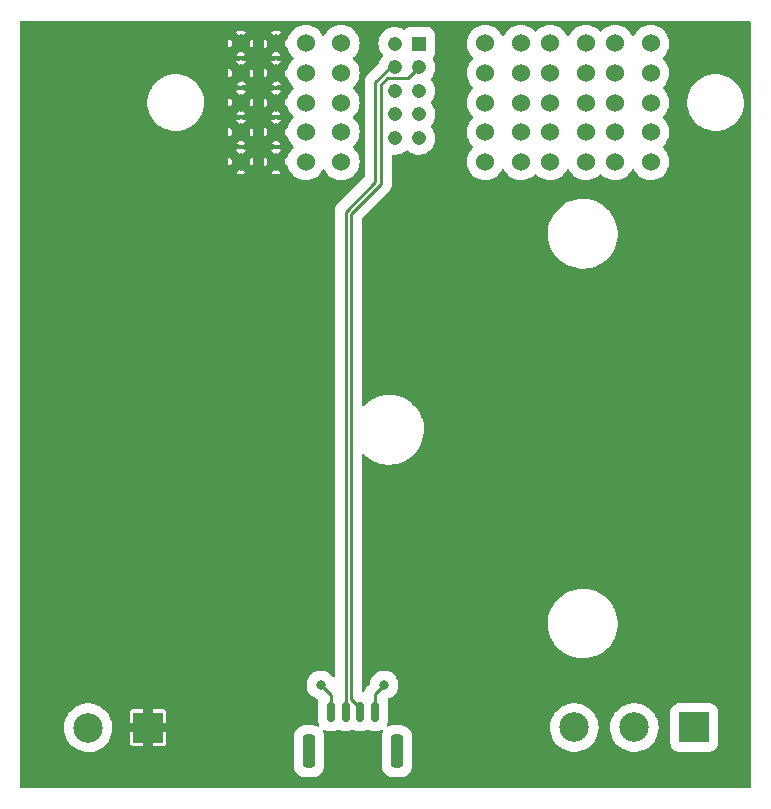
<source format=gbr>
%TF.GenerationSoftware,KiCad,Pcbnew,(6.0.1-0)*%
%TF.CreationDate,2023-01-20T10:08:16-08:00*%
%TF.ProjectId,ESC Daughterboard,45534320-4461-4756-9768-746572626f61,rev?*%
%TF.SameCoordinates,Original*%
%TF.FileFunction,Copper,L1,Top*%
%TF.FilePolarity,Positive*%
%FSLAX46Y46*%
G04 Gerber Fmt 4.6, Leading zero omitted, Abs format (unit mm)*
G04 Created by KiCad (PCBNEW (6.0.1-0)) date 2023-01-20 10:08:16*
%MOMM*%
%LPD*%
G01*
G04 APERTURE LIST*
G04 Aperture macros list*
%AMRoundRect*
0 Rectangle with rounded corners*
0 $1 Rounding radius*
0 $2 $3 $4 $5 $6 $7 $8 $9 X,Y pos of 4 corners*
0 Add a 4 corners polygon primitive as box body*
4,1,4,$2,$3,$4,$5,$6,$7,$8,$9,$2,$3,0*
0 Add four circle primitives for the rounded corners*
1,1,$1+$1,$2,$3*
1,1,$1+$1,$4,$5*
1,1,$1+$1,$6,$7*
1,1,$1+$1,$8,$9*
0 Add four rect primitives between the rounded corners*
20,1,$1+$1,$2,$3,$4,$5,0*
20,1,$1+$1,$4,$5,$6,$7,0*
20,1,$1+$1,$6,$7,$8,$9,0*
20,1,$1+$1,$8,$9,$2,$3,0*%
G04 Aperture macros list end*
%TA.AperFunction,ComponentPad*%
%ADD10R,2.500000X2.500000*%
%TD*%
%TA.AperFunction,ComponentPad*%
%ADD11C,2.500000*%
%TD*%
%TA.AperFunction,SMDPad,CuDef*%
%ADD12RoundRect,0.150000X0.150000X0.700000X-0.150000X0.700000X-0.150000X-0.700000X0.150000X-0.700000X0*%
%TD*%
%TA.AperFunction,SMDPad,CuDef*%
%ADD13RoundRect,0.250000X0.250000X1.150000X-0.250000X1.150000X-0.250000X-1.150000X0.250000X-1.150000X0*%
%TD*%
%TA.AperFunction,ComponentPad*%
%ADD14R,1.208000X1.208000*%
%TD*%
%TA.AperFunction,ComponentPad*%
%ADD15C,1.208000*%
%TD*%
%TA.AperFunction,ComponentPad*%
%ADD16C,1.530000*%
%TD*%
%TA.AperFunction,ViaPad*%
%ADD17C,0.800000*%
%TD*%
%TA.AperFunction,Conductor*%
%ADD18C,0.250000*%
%TD*%
G04 APERTURE END LIST*
D10*
%TO.P,Phase 1,1,Pin_1*%
%TO.N,/Phase_1*%
X167400000Y-119800000D03*
D11*
%TO.P,Phase 1,2,Pin_2*%
%TO.N,/Phase_2*%
X162320000Y-119800000D03*
%TO.P,Phase 1,3,Pin_3*%
%TO.N,/Phase_3*%
X157240000Y-119800000D03*
%TD*%
D12*
%TO.P,CAN,1,Pin_1*%
%TO.N,+5V*%
X140375000Y-118460000D03*
%TO.P,CAN,2,Pin_2*%
%TO.N,/CAH*%
X139125000Y-118460000D03*
%TO.P,CAN,3,Pin_3*%
%TO.N,/CAL*%
X137875000Y-118460000D03*
%TO.P,CAN,4,Pin_4*%
%TO.N,GND*%
X136625000Y-118460000D03*
D13*
%TO.P,CAN,MP*%
%TO.N,N/C*%
X134775000Y-121810000D03*
X142225000Y-121810000D03*
%TD*%
D14*
%TO.P,J5,01,01*%
%TO.N,GND*%
X144070000Y-61902500D03*
D15*
%TO.P,J5,02,02*%
%TO.N,+5V*%
X142070000Y-61902500D03*
%TO.P,J5,03,03*%
%TO.N,/CAH*%
X144070000Y-63902500D03*
%TO.P,J5,04,04*%
%TO.N,/CAL*%
X142070000Y-63902500D03*
%TO.P,J5,05,05*%
%TO.N,unconnected-(J5-Pad05)*%
X144070000Y-65902500D03*
%TO.P,J5,06,06*%
%TO.N,unconnected-(J5-Pad06)*%
X142070000Y-65902500D03*
%TO.P,J5,07,07*%
%TO.N,unconnected-(J5-Pad07)*%
X144070000Y-67902500D03*
%TO.P,J5,08,08*%
%TO.N,unconnected-(J5-Pad08)*%
X142070000Y-67902500D03*
%TO.P,J5,09,09*%
%TO.N,unconnected-(J5-Pad09)*%
X144070000Y-69902500D03*
%TO.P,J5,10,10*%
%TO.N,unconnected-(J5-Pad10)*%
X142070000Y-69902500D03*
D16*
%TO.P,J5,P01_1,P01*%
%TO.N,/Phase_1*%
X163710000Y-71892500D03*
%TO.P,J5,P01_2,P01*%
X163710000Y-69392500D03*
%TO.P,J5,P01_3,P01*%
X163710000Y-66892500D03*
%TO.P,J5,P01_4,P01*%
X163710000Y-64392500D03*
%TO.P,J5,P01_5,P01*%
X163710000Y-61892500D03*
%TO.P,J5,P01_6,P01*%
X160710000Y-61892500D03*
%TO.P,J5,P01_7,P01*%
X160710000Y-64392500D03*
%TO.P,J5,P01_8,P01*%
X160710000Y-66892500D03*
%TO.P,J5,P01_9,P01*%
X160710000Y-69392500D03*
%TO.P,J5,P01_10,P01*%
X160710000Y-71892500D03*
%TO.P,J5,P02_1,P02*%
%TO.N,/Phase_2*%
X158210000Y-71892500D03*
%TO.P,J5,P02_2,P02*%
X158210000Y-69392500D03*
%TO.P,J5,P02_3,P02*%
X158210000Y-66892500D03*
%TO.P,J5,P02_4,P02*%
X158210000Y-64392500D03*
%TO.P,J5,P02_5,P02*%
X158210000Y-61892500D03*
%TO.P,J5,P02_6,P02*%
X155210000Y-61892500D03*
%TO.P,J5,P02_7,P02*%
X155210000Y-64392500D03*
%TO.P,J5,P02_8,P02*%
X155210000Y-66892500D03*
%TO.P,J5,P02_9,P02*%
X155210000Y-69392500D03*
%TO.P,J5,P02_10,P02*%
X155210000Y-71892500D03*
%TO.P,J5,P03_1,P03*%
%TO.N,/Phase_3*%
X152710000Y-71892500D03*
%TO.P,J5,P03_2,P03*%
X152710000Y-69392500D03*
%TO.P,J5,P03_3,P03*%
X152710000Y-66892500D03*
%TO.P,J5,P03_4,P03*%
X152710000Y-64392500D03*
%TO.P,J5,P03_5,P03*%
X152710000Y-61892500D03*
%TO.P,J5,P03_6,P03*%
X149710000Y-61892500D03*
%TO.P,J5,P03_7,P03*%
X149710000Y-64392500D03*
%TO.P,J5,P03_8,P03*%
X149710000Y-66892500D03*
%TO.P,J5,P03_9,P03*%
X149710000Y-69392500D03*
%TO.P,J5,P03_10,P03*%
X149710000Y-71892500D03*
%TO.P,J5,P04_1,P04*%
%TO.N,GND*%
X137500000Y-71892500D03*
%TO.P,J5,P04_2,P04*%
X137500000Y-69392500D03*
%TO.P,J5,P04_3,P04*%
X137500000Y-66892500D03*
%TO.P,J5,P04_4,P04*%
X137500000Y-64392500D03*
%TO.P,J5,P04_5,P04*%
X137500000Y-61892500D03*
%TO.P,J5,P04_6,P04*%
X134500000Y-61892500D03*
%TO.P,J5,P04_7,P04*%
X134500000Y-64392500D03*
%TO.P,J5,P04_8,P04*%
X134500000Y-66892500D03*
%TO.P,J5,P04_9,P04*%
X134500000Y-69392500D03*
%TO.P,J5,P04_10,P04*%
X134500000Y-71892500D03*
%TO.P,J5,P05_1,P05*%
%TO.N,/16V*%
X132000000Y-71892500D03*
%TO.P,J5,P05_2,P05*%
X132000000Y-69392500D03*
%TO.P,J5,P05_3,P05*%
X132000000Y-66892500D03*
%TO.P,J5,P05_4,P05*%
X132000000Y-64392500D03*
%TO.P,J5,P05_5,P05*%
X132000000Y-61892500D03*
%TO.P,J5,P05_6,P05*%
X129000000Y-61892500D03*
%TO.P,J5,P05_7,P05*%
X129000000Y-64392500D03*
%TO.P,J5,P05_8,P05*%
X129000000Y-66892500D03*
%TO.P,J5,P05_9,P05*%
X129000000Y-69392500D03*
%TO.P,J5,P05_10,P05*%
X129000000Y-71892500D03*
%TD*%
D10*
%TO.P,J2,1,Pin_1*%
%TO.N,/16V*%
X121165000Y-119820000D03*
D11*
%TO.P,J2,2,Pin_2*%
%TO.N,GND*%
X116085000Y-119820000D03*
%TD*%
D17*
%TO.N,GND*%
X135780000Y-116190000D03*
%TO.N,+5V*%
X141150000Y-116190000D03*
%TD*%
D18*
%TO.N,GND*%
X136625000Y-117035000D02*
X135780000Y-116190000D01*
X136625000Y-118460000D02*
X136625000Y-117035000D01*
%TO.N,+5V*%
X140375000Y-118460000D02*
X140375000Y-116965000D01*
X140375000Y-116965000D02*
X141150000Y-116190000D01*
%TO.N,/CAH*%
X139125000Y-118460000D02*
X139125000Y-118188928D01*
X138324520Y-117388448D02*
X138324520Y-76315480D01*
X141398989Y-64831011D02*
X143141489Y-64831011D01*
X143141489Y-64831011D02*
X144070000Y-63902500D01*
X140860000Y-65370000D02*
X141398989Y-64831011D01*
X139125000Y-118188928D02*
X138324520Y-117388448D01*
X138324520Y-76315480D02*
X140860000Y-73780000D01*
X140860000Y-73780000D02*
X140860000Y-65370000D01*
%TO.N,/CAL*%
X141691782Y-63902500D02*
X142070000Y-63902500D01*
X137875000Y-76129282D02*
X140410480Y-73593802D01*
X140410480Y-65183802D02*
X141691782Y-63902500D01*
X137875000Y-118460000D02*
X137875000Y-76129282D01*
X140410480Y-73593802D02*
X140410480Y-65183802D01*
%TD*%
%TA.AperFunction,Conductor*%
%TO.N,/16V*%
G36*
X141248057Y-59990272D02*
G01*
X172101011Y-59990541D01*
X172159201Y-60009449D01*
X172195165Y-60058949D01*
X172200010Y-60089539D01*
X172200479Y-80853900D01*
X172201449Y-123775684D01*
X172201473Y-124850998D01*
X172182567Y-124909189D01*
X172133068Y-124945154D01*
X172102473Y-124950000D01*
X110397988Y-124950000D01*
X110339797Y-124931093D01*
X110303833Y-124881593D01*
X110298988Y-124850998D01*
X110299066Y-119798477D01*
X114029822Y-119798477D01*
X114030016Y-119801842D01*
X114030016Y-119801846D01*
X114041327Y-119998015D01*
X114045916Y-120077596D01*
X114099741Y-120351948D01*
X114100834Y-120355140D01*
X114182361Y-120593260D01*
X114190303Y-120616457D01*
X114315925Y-120866228D01*
X114474282Y-121096639D01*
X114476552Y-121099133D01*
X114476553Y-121099135D01*
X114646215Y-121285591D01*
X114662444Y-121303427D01*
X114665031Y-121305590D01*
X114665032Y-121305591D01*
X114712113Y-121344957D01*
X114876930Y-121482765D01*
X115113771Y-121631335D01*
X115116839Y-121632720D01*
X115116846Y-121632724D01*
X115282358Y-121707455D01*
X115368583Y-121746387D01*
X115371805Y-121747341D01*
X115371812Y-121747344D01*
X115565906Y-121804837D01*
X115636652Y-121825793D01*
X115639977Y-121826302D01*
X115639978Y-121826302D01*
X115909684Y-121867573D01*
X115909687Y-121867573D01*
X115913018Y-121868083D01*
X115916389Y-121868136D01*
X115916390Y-121868136D01*
X115964571Y-121868893D01*
X116192566Y-121872474D01*
X116195903Y-121872070D01*
X116195907Y-121872070D01*
X116466779Y-121839291D01*
X116466784Y-121839290D01*
X116470123Y-121838886D01*
X116740554Y-121767940D01*
X116906590Y-121699165D01*
X116995746Y-121662236D01*
X116995749Y-121662235D01*
X116998855Y-121660948D01*
X117001760Y-121659251D01*
X117001763Y-121659249D01*
X117237329Y-121521595D01*
X117240245Y-121519891D01*
X117460258Y-121347379D01*
X117654823Y-121146603D01*
X117661263Y-121137837D01*
X117680507Y-121111639D01*
X119615000Y-121111639D01*
X119615346Y-121117485D01*
X119617234Y-121133353D01*
X119621128Y-121147519D01*
X119659770Y-121234514D01*
X119669946Y-121249321D01*
X119736108Y-121315367D01*
X119750931Y-121325517D01*
X119837980Y-121364000D01*
X119852185Y-121367873D01*
X119867580Y-121369668D01*
X119873292Y-121370000D01*
X120749320Y-121370000D01*
X120762005Y-121365878D01*
X120765000Y-121361757D01*
X120765000Y-121354320D01*
X121565000Y-121354320D01*
X121569122Y-121367005D01*
X121573243Y-121370000D01*
X122456639Y-121370000D01*
X122462485Y-121369654D01*
X122478353Y-121367766D01*
X122492519Y-121363872D01*
X122579514Y-121325230D01*
X122594321Y-121315054D01*
X122660367Y-121248892D01*
X122670517Y-121234069D01*
X122709000Y-121147020D01*
X122712873Y-121132815D01*
X122714668Y-121117420D01*
X122715000Y-121111708D01*
X122715000Y-120559663D01*
X133474500Y-120559663D01*
X133474501Y-123060336D01*
X133474821Y-123066673D01*
X133515541Y-123268623D01*
X133594711Y-123458817D01*
X133709316Y-123630011D01*
X133854989Y-123775684D01*
X134026183Y-123890289D01*
X134216377Y-123969459D01*
X134221117Y-123970415D01*
X134221121Y-123970416D01*
X134372356Y-124000910D01*
X134418327Y-124010179D01*
X134421988Y-124010364D01*
X134421992Y-124010365D01*
X134423414Y-124010437D01*
X134423425Y-124010437D01*
X134424663Y-124010500D01*
X134425910Y-124010500D01*
X134777404Y-124010499D01*
X135125336Y-124010499D01*
X135126563Y-124010437D01*
X135126565Y-124010437D01*
X135126874Y-124010421D01*
X135131673Y-124010179D01*
X135215795Y-123993217D01*
X135328879Y-123970416D01*
X135328883Y-123970415D01*
X135333623Y-123969459D01*
X135523817Y-123890289D01*
X135695011Y-123775684D01*
X135840684Y-123630011D01*
X135955289Y-123458817D01*
X136034459Y-123268623D01*
X136075179Y-123066673D01*
X136075500Y-123060337D01*
X136075499Y-120559664D01*
X136075179Y-120553327D01*
X136047095Y-120414044D01*
X136035416Y-120356121D01*
X136035415Y-120356117D01*
X136034459Y-120351377D01*
X135955289Y-120161183D01*
X135956406Y-120160718D01*
X135946534Y-120105840D01*
X135973166Y-120050754D01*
X136027090Y-120021843D01*
X136090484Y-120031545D01*
X136120194Y-120047077D01*
X136305813Y-120100302D01*
X136420076Y-120110500D01*
X136829924Y-120110500D01*
X136944187Y-120100302D01*
X136948721Y-120099002D01*
X137124980Y-120048461D01*
X137124982Y-120048460D01*
X137129806Y-120047077D01*
X137204135Y-120008219D01*
X137264462Y-119998015D01*
X137295863Y-120008218D01*
X137370194Y-120047077D01*
X137375018Y-120048460D01*
X137375020Y-120048461D01*
X137551279Y-120099002D01*
X137555813Y-120100302D01*
X137670076Y-120110500D01*
X138079924Y-120110500D01*
X138194187Y-120100302D01*
X138198721Y-120099002D01*
X138374980Y-120048461D01*
X138374982Y-120048460D01*
X138379806Y-120047077D01*
X138454135Y-120008219D01*
X138514462Y-119998015D01*
X138545863Y-120008218D01*
X138620194Y-120047077D01*
X138625018Y-120048460D01*
X138625020Y-120048461D01*
X138801279Y-120099002D01*
X138805813Y-120100302D01*
X138920076Y-120110500D01*
X139329924Y-120110500D01*
X139444187Y-120100302D01*
X139448721Y-120099002D01*
X139624980Y-120048461D01*
X139624982Y-120048460D01*
X139629806Y-120047077D01*
X139704135Y-120008219D01*
X139764462Y-119998015D01*
X139795863Y-120008218D01*
X139870194Y-120047077D01*
X139875018Y-120048460D01*
X139875020Y-120048461D01*
X140051279Y-120099002D01*
X140055813Y-120100302D01*
X140170076Y-120110500D01*
X140579924Y-120110500D01*
X140694187Y-120100302D01*
X140879806Y-120047077D01*
X140909516Y-120031545D01*
X140969843Y-120021341D01*
X141024648Y-120048545D01*
X141052995Y-120102768D01*
X141043513Y-120160684D01*
X141044711Y-120161183D01*
X140965541Y-120351377D01*
X140964585Y-120356117D01*
X140964584Y-120356121D01*
X140952905Y-120414044D01*
X140924821Y-120553327D01*
X140924500Y-120559663D01*
X140924501Y-123060336D01*
X140924821Y-123066673D01*
X140965541Y-123268623D01*
X141044711Y-123458817D01*
X141159316Y-123630011D01*
X141304989Y-123775684D01*
X141476183Y-123890289D01*
X141666377Y-123969459D01*
X141671117Y-123970415D01*
X141671121Y-123970416D01*
X141822356Y-124000910D01*
X141868327Y-124010179D01*
X141871988Y-124010364D01*
X141871992Y-124010365D01*
X141873414Y-124010437D01*
X141873425Y-124010437D01*
X141874663Y-124010500D01*
X141875910Y-124010500D01*
X142227404Y-124010499D01*
X142575336Y-124010499D01*
X142576563Y-124010437D01*
X142576565Y-124010437D01*
X142576874Y-124010421D01*
X142581673Y-124010179D01*
X142665795Y-123993217D01*
X142778879Y-123970416D01*
X142778883Y-123970415D01*
X142783623Y-123969459D01*
X142973817Y-123890289D01*
X143145011Y-123775684D01*
X143290684Y-123630011D01*
X143405289Y-123458817D01*
X143484459Y-123268623D01*
X143525179Y-123066673D01*
X143525500Y-123060337D01*
X143525499Y-120559664D01*
X143525179Y-120553327D01*
X143497095Y-120414044D01*
X143485416Y-120356121D01*
X143485415Y-120356117D01*
X143484459Y-120351377D01*
X143405289Y-120161183D01*
X143290684Y-119989989D01*
X143145011Y-119844316D01*
X143046662Y-119778477D01*
X155184822Y-119778477D01*
X155185016Y-119781842D01*
X155185016Y-119781846D01*
X155200309Y-120047077D01*
X155200916Y-120057596D01*
X155254741Y-120331948D01*
X155263017Y-120356121D01*
X155332706Y-120559663D01*
X155345303Y-120596457D01*
X155470925Y-120846228D01*
X155629282Y-121076639D01*
X155631552Y-121079133D01*
X155631553Y-121079135D01*
X155786020Y-121248892D01*
X155817444Y-121283427D01*
X155820031Y-121285590D01*
X155820032Y-121285591D01*
X155841364Y-121303427D01*
X156031930Y-121462765D01*
X156268771Y-121611335D01*
X156271839Y-121612720D01*
X156271846Y-121612724D01*
X156381504Y-121662236D01*
X156523583Y-121726387D01*
X156526805Y-121727341D01*
X156526812Y-121727344D01*
X156741263Y-121790867D01*
X156791652Y-121805793D01*
X156794977Y-121806302D01*
X156794978Y-121806302D01*
X157064684Y-121847573D01*
X157064687Y-121847573D01*
X157068018Y-121848083D01*
X157071389Y-121848136D01*
X157071390Y-121848136D01*
X157119571Y-121848893D01*
X157347566Y-121852474D01*
X157350903Y-121852070D01*
X157350907Y-121852070D01*
X157621779Y-121819291D01*
X157621784Y-121819290D01*
X157625123Y-121818886D01*
X157895554Y-121747940D01*
X158061590Y-121679165D01*
X158150746Y-121642236D01*
X158150749Y-121642235D01*
X158153855Y-121640948D01*
X158156760Y-121639251D01*
X158156763Y-121639249D01*
X158392329Y-121501595D01*
X158395245Y-121499891D01*
X158615258Y-121327379D01*
X158809823Y-121126603D01*
X158820816Y-121111639D01*
X158962822Y-120918321D01*
X158975340Y-120901280D01*
X158992866Y-120869002D01*
X159107136Y-120658541D01*
X159108745Y-120655578D01*
X159148742Y-120549728D01*
X159206380Y-120397194D01*
X159206381Y-120397190D01*
X159207570Y-120394044D01*
X159245544Y-120228243D01*
X159269234Y-120124808D01*
X159269235Y-120124801D01*
X159269987Y-120121518D01*
X159271386Y-120105840D01*
X159294668Y-119844973D01*
X159294668Y-119844967D01*
X159294840Y-119843043D01*
X159295291Y-119800000D01*
X159293824Y-119778477D01*
X160264822Y-119778477D01*
X160265016Y-119781842D01*
X160265016Y-119781846D01*
X160280309Y-120047077D01*
X160280916Y-120057596D01*
X160334741Y-120331948D01*
X160343017Y-120356121D01*
X160412706Y-120559663D01*
X160425303Y-120596457D01*
X160550925Y-120846228D01*
X160709282Y-121076639D01*
X160711552Y-121079133D01*
X160711553Y-121079135D01*
X160866020Y-121248892D01*
X160897444Y-121283427D01*
X160900031Y-121285590D01*
X160900032Y-121285591D01*
X160921364Y-121303427D01*
X161111930Y-121462765D01*
X161348771Y-121611335D01*
X161351839Y-121612720D01*
X161351846Y-121612724D01*
X161461504Y-121662236D01*
X161603583Y-121726387D01*
X161606805Y-121727341D01*
X161606812Y-121727344D01*
X161821263Y-121790867D01*
X161871652Y-121805793D01*
X161874977Y-121806302D01*
X161874978Y-121806302D01*
X162144684Y-121847573D01*
X162144687Y-121847573D01*
X162148018Y-121848083D01*
X162151389Y-121848136D01*
X162151390Y-121848136D01*
X162199571Y-121848893D01*
X162427566Y-121852474D01*
X162430903Y-121852070D01*
X162430907Y-121852070D01*
X162701779Y-121819291D01*
X162701784Y-121819290D01*
X162705123Y-121818886D01*
X162975554Y-121747940D01*
X163141590Y-121679165D01*
X163230746Y-121642236D01*
X163230749Y-121642235D01*
X163233855Y-121640948D01*
X163236760Y-121639251D01*
X163236763Y-121639249D01*
X163472329Y-121501595D01*
X163475245Y-121499891D01*
X163695258Y-121327379D01*
X163889823Y-121126603D01*
X163900816Y-121111639D01*
X164042822Y-120918321D01*
X164055340Y-120901280D01*
X164072866Y-120869002D01*
X164187136Y-120658541D01*
X164188745Y-120655578D01*
X164228742Y-120549728D01*
X164286380Y-120397194D01*
X164286381Y-120397190D01*
X164287570Y-120394044D01*
X164325544Y-120228243D01*
X164349234Y-120124808D01*
X164349235Y-120124801D01*
X164349987Y-120121518D01*
X164351386Y-120105840D01*
X164374668Y-119844973D01*
X164374668Y-119844967D01*
X164374840Y-119843043D01*
X164375291Y-119800000D01*
X164356275Y-119521065D01*
X164315566Y-119324489D01*
X164300262Y-119250588D01*
X164300260Y-119250582D01*
X164299579Y-119247292D01*
X164206253Y-118983746D01*
X164194542Y-118961056D01*
X164079573Y-118738308D01*
X164079570Y-118738302D01*
X164078022Y-118735304D01*
X163917261Y-118506563D01*
X163899512Y-118487462D01*
X163877325Y-118463586D01*
X165349500Y-118463586D01*
X165349501Y-119801846D01*
X165349501Y-121137836D01*
X165349774Y-121142589D01*
X165350716Y-121146668D01*
X165350717Y-121146676D01*
X165388929Y-121312190D01*
X165390173Y-121317577D01*
X165468336Y-121479266D01*
X165580380Y-121619620D01*
X165584713Y-121623079D01*
X165714124Y-121726387D01*
X165720734Y-121731664D01*
X165725714Y-121734072D01*
X165725715Y-121734072D01*
X165795775Y-121767940D01*
X165882423Y-121809827D01*
X165887807Y-121811070D01*
X165887810Y-121811071D01*
X165953784Y-121826302D01*
X166057411Y-121850226D01*
X166062163Y-121850500D01*
X166063586Y-121850500D01*
X167404717Y-121850499D01*
X168737836Y-121850499D01*
X168742589Y-121850226D01*
X168746670Y-121849284D01*
X168746676Y-121849283D01*
X168912190Y-121811071D01*
X168912193Y-121811070D01*
X168917577Y-121809827D01*
X169004225Y-121767940D01*
X169074285Y-121734072D01*
X169074286Y-121734072D01*
X169079266Y-121731664D01*
X169085877Y-121726387D01*
X169215287Y-121623079D01*
X169219620Y-121619620D01*
X169331664Y-121479266D01*
X169409827Y-121317577D01*
X169450226Y-121142589D01*
X169450500Y-121137837D01*
X169450500Y-119800000D01*
X169450499Y-118463577D01*
X169450499Y-118462164D01*
X169450226Y-118457411D01*
X169449284Y-118453330D01*
X169449283Y-118453324D01*
X169411071Y-118287810D01*
X169411070Y-118287807D01*
X169409827Y-118282423D01*
X169387350Y-118235927D01*
X169334072Y-118125715D01*
X169334072Y-118125714D01*
X169331664Y-118120734D01*
X169324931Y-118112299D01*
X169223079Y-117984713D01*
X169219620Y-117980380D01*
X169079266Y-117868336D01*
X169062759Y-117860356D01*
X168922554Y-117792579D01*
X168917577Y-117790173D01*
X168912193Y-117788930D01*
X168912190Y-117788929D01*
X168824848Y-117768765D01*
X168742589Y-117749774D01*
X168737837Y-117749500D01*
X168736414Y-117749500D01*
X167395283Y-117749501D01*
X166062164Y-117749501D01*
X166057411Y-117749774D01*
X166053330Y-117750716D01*
X166053324Y-117750717D01*
X165887810Y-117788929D01*
X165887807Y-117788930D01*
X165882423Y-117790173D01*
X165877446Y-117792579D01*
X165737242Y-117860356D01*
X165720734Y-117868336D01*
X165580380Y-117980380D01*
X165576921Y-117984713D01*
X165475070Y-118112299D01*
X165468336Y-118120734D01*
X165465928Y-118125714D01*
X165465928Y-118125715D01*
X165412650Y-118235927D01*
X165390173Y-118282423D01*
X165388930Y-118287807D01*
X165388929Y-118287810D01*
X165383909Y-118309555D01*
X165349774Y-118457411D01*
X165349500Y-118462163D01*
X165349500Y-118463586D01*
X163877325Y-118463586D01*
X163748492Y-118324946D01*
X163726944Y-118301757D01*
X163703323Y-118282423D01*
X163637552Y-118228591D01*
X163510591Y-118124675D01*
X163272208Y-117978594D01*
X163268397Y-117976921D01*
X163019288Y-117867569D01*
X163019284Y-117867567D01*
X163016205Y-117866216D01*
X162966917Y-117852176D01*
X162750571Y-117790548D01*
X162750566Y-117790547D01*
X162747319Y-117789622D01*
X162470526Y-117750229D01*
X162467159Y-117750211D01*
X162467154Y-117750211D01*
X162342187Y-117749557D01*
X162190947Y-117748765D01*
X161913757Y-117785257D01*
X161910506Y-117786146D01*
X161910503Y-117786147D01*
X161826434Y-117809146D01*
X161644083Y-117859032D01*
X161386917Y-117968722D01*
X161384018Y-117970457D01*
X161372683Y-117977241D01*
X161147018Y-118112299D01*
X160928823Y-118287106D01*
X160926499Y-118289555D01*
X160767210Y-118457411D01*
X160736371Y-118489908D01*
X160734406Y-118492643D01*
X160734404Y-118492645D01*
X160708740Y-118528361D01*
X160573223Y-118716952D01*
X160442398Y-118964038D01*
X160346317Y-119226592D01*
X160286757Y-119499757D01*
X160264822Y-119778477D01*
X159293824Y-119778477D01*
X159276275Y-119521065D01*
X159235566Y-119324489D01*
X159220262Y-119250588D01*
X159220260Y-119250582D01*
X159219579Y-119247292D01*
X159126253Y-118983746D01*
X159114542Y-118961056D01*
X158999573Y-118738308D01*
X158999570Y-118738302D01*
X158998022Y-118735304D01*
X158837261Y-118506563D01*
X158819512Y-118487462D01*
X158668492Y-118324946D01*
X158646944Y-118301757D01*
X158623323Y-118282423D01*
X158557552Y-118228591D01*
X158430591Y-118124675D01*
X158192208Y-117978594D01*
X158188397Y-117976921D01*
X157939288Y-117867569D01*
X157939284Y-117867567D01*
X157936205Y-117866216D01*
X157886917Y-117852176D01*
X157670571Y-117790548D01*
X157670566Y-117790547D01*
X157667319Y-117789622D01*
X157390526Y-117750229D01*
X157387159Y-117750211D01*
X157387154Y-117750211D01*
X157262187Y-117749557D01*
X157110947Y-117748765D01*
X156833757Y-117785257D01*
X156830506Y-117786146D01*
X156830503Y-117786147D01*
X156746434Y-117809146D01*
X156564083Y-117859032D01*
X156306917Y-117968722D01*
X156304018Y-117970457D01*
X156292683Y-117977241D01*
X156067018Y-118112299D01*
X155848823Y-118287106D01*
X155846499Y-118289555D01*
X155687210Y-118457411D01*
X155656371Y-118489908D01*
X155654406Y-118492643D01*
X155654404Y-118492645D01*
X155628740Y-118528361D01*
X155493223Y-118716952D01*
X155362398Y-118964038D01*
X155266317Y-119226592D01*
X155206757Y-119499757D01*
X155184822Y-119778477D01*
X143046662Y-119778477D01*
X142973817Y-119729711D01*
X142783623Y-119650541D01*
X142778883Y-119649585D01*
X142778879Y-119649584D01*
X142627644Y-119619090D01*
X142581673Y-119609821D01*
X142578012Y-119609636D01*
X142578008Y-119609635D01*
X142576586Y-119609563D01*
X142576575Y-119609563D01*
X142575337Y-119609500D01*
X142574090Y-119609500D01*
X142222596Y-119609501D01*
X141874664Y-119609501D01*
X141873437Y-119609563D01*
X141873435Y-119609563D01*
X141873126Y-119609579D01*
X141868327Y-119609821D01*
X141784205Y-119626783D01*
X141671121Y-119649584D01*
X141671117Y-119649585D01*
X141666377Y-119650541D01*
X141503130Y-119718494D01*
X141442143Y-119723401D01*
X141389918Y-119691523D01*
X141366405Y-119635036D01*
X141377352Y-119581230D01*
X141409753Y-119519252D01*
X141409754Y-119519249D01*
X141412077Y-119514806D01*
X141465302Y-119329187D01*
X141475500Y-119214924D01*
X141475500Y-117705076D01*
X141465302Y-117590813D01*
X141464002Y-117586279D01*
X141428604Y-117462830D01*
X141430740Y-117401682D01*
X141468409Y-117353467D01*
X141491946Y-117341796D01*
X141636081Y-117292869D01*
X141640379Y-117291410D01*
X141711944Y-117251332D01*
X141828925Y-117185819D01*
X141832884Y-117183602D01*
X142002518Y-117042518D01*
X142143602Y-116872884D01*
X142200370Y-116771518D01*
X142249192Y-116684340D01*
X142249193Y-116684338D01*
X142251410Y-116680379D01*
X142284805Y-116582001D01*
X142320871Y-116475754D01*
X142320872Y-116475751D01*
X142322331Y-116471452D01*
X142335156Y-116382999D01*
X142353571Y-116255997D01*
X142353571Y-116255991D01*
X142353991Y-116253098D01*
X142355643Y-116190000D01*
X142335454Y-115970289D01*
X142275565Y-115757936D01*
X142273557Y-115753864D01*
X142273555Y-115753859D01*
X142179988Y-115564125D01*
X142177980Y-115560053D01*
X142045967Y-115383267D01*
X141883949Y-115233499D01*
X141697350Y-115115764D01*
X141492421Y-115034006D01*
X141276024Y-114990962D01*
X141167347Y-114989539D01*
X141059946Y-114988133D01*
X141059941Y-114988133D01*
X141055406Y-114988074D01*
X141050933Y-114988843D01*
X141050928Y-114988843D01*
X140842435Y-115024668D01*
X140842429Y-115024670D01*
X140837957Y-115025438D01*
X140810176Y-115035687D01*
X140635220Y-115100231D01*
X140635217Y-115100232D01*
X140630957Y-115101804D01*
X140627054Y-115104126D01*
X140627052Y-115104127D01*
X140607492Y-115115764D01*
X140441341Y-115214614D01*
X140437926Y-115217609D01*
X140437923Y-115217611D01*
X140330036Y-115312225D01*
X140275457Y-115360090D01*
X140272649Y-115363652D01*
X140156674Y-115510767D01*
X140138863Y-115533360D01*
X140036131Y-115728620D01*
X139970703Y-115939333D01*
X139970170Y-115943834D01*
X139970170Y-115943835D01*
X139958479Y-116042610D01*
X139930169Y-116100976D01*
X139777589Y-116253557D01*
X139765773Y-116263648D01*
X139756508Y-116270379D01*
X139756504Y-116270383D01*
X139752308Y-116273431D01*
X139748836Y-116277287D01*
X139705178Y-116325774D01*
X139701611Y-116329534D01*
X139686275Y-116344870D01*
X139684641Y-116346888D01*
X139672634Y-116361715D01*
X139669268Y-116365656D01*
X139622130Y-116418008D01*
X139619537Y-116422499D01*
X139619535Y-116422502D01*
X139613804Y-116432428D01*
X139605006Y-116445229D01*
X139594535Y-116458160D01*
X139592182Y-116462777D01*
X139592180Y-116462781D01*
X139562550Y-116520935D01*
X139560087Y-116525471D01*
X139524856Y-116586492D01*
X139523253Y-116591425D01*
X139523251Y-116591430D01*
X139519710Y-116602328D01*
X139513767Y-116616676D01*
X139506212Y-116631503D01*
X139504869Y-116636515D01*
X139504866Y-116636523D01*
X139487976Y-116699556D01*
X139486505Y-116704523D01*
X139473324Y-116745093D01*
X139437362Y-116794593D01*
X139379171Y-116813502D01*
X139370376Y-116813110D01*
X139340218Y-116810419D01*
X139283939Y-116786413D01*
X139252518Y-116733912D01*
X139250020Y-116711811D01*
X139250020Y-111123763D01*
X155007092Y-111123763D01*
X155007376Y-111126608D01*
X155016060Y-111213605D01*
X155040887Y-111462342D01*
X155113373Y-111794793D01*
X155223589Y-112116708D01*
X155370076Y-112423823D01*
X155371590Y-112426236D01*
X155371593Y-112426242D01*
X155497656Y-112627204D01*
X155550890Y-112712066D01*
X155763635Y-112977616D01*
X155765665Y-112979624D01*
X155765666Y-112979626D01*
X156003461Y-113214943D01*
X156003469Y-113214950D01*
X156005493Y-113216953D01*
X156079925Y-113275315D01*
X156271017Y-113425151D01*
X156271024Y-113425156D01*
X156273256Y-113426906D01*
X156275685Y-113428394D01*
X156275690Y-113428398D01*
X156357761Y-113478691D01*
X156563376Y-113604692D01*
X156565963Y-113605893D01*
X156565967Y-113605895D01*
X156869411Y-113746749D01*
X156869418Y-113746752D01*
X156872008Y-113747954D01*
X157195060Y-113854794D01*
X157528252Y-113923794D01*
X157531090Y-113924047D01*
X157531095Y-113924048D01*
X157816894Y-113949555D01*
X157827480Y-113950500D01*
X158046715Y-113950500D01*
X158299697Y-113935913D01*
X158302505Y-113935423D01*
X158632092Y-113877901D01*
X158632100Y-113877899D01*
X158634891Y-113877412D01*
X158961140Y-113780773D01*
X159274119Y-113647276D01*
X159276584Y-113645870D01*
X159276590Y-113645867D01*
X159567209Y-113480101D01*
X159569681Y-113478691D01*
X159571970Y-113477009D01*
X159571977Y-113477005D01*
X159841609Y-113278940D01*
X159841608Y-113278940D01*
X159843907Y-113277252D01*
X160093162Y-113045629D01*
X160314144Y-112786893D01*
X160503923Y-112504472D01*
X160659984Y-112202110D01*
X160780257Y-111883815D01*
X160863150Y-111553805D01*
X160907563Y-111216455D01*
X160912908Y-110876237D01*
X160906508Y-110812118D01*
X160879396Y-110540492D01*
X160879396Y-110540490D01*
X160879113Y-110537658D01*
X160806627Y-110205207D01*
X160696411Y-109883292D01*
X160549924Y-109576177D01*
X160497849Y-109493161D01*
X160370626Y-109290351D01*
X160369110Y-109287934D01*
X160156365Y-109022384D01*
X160154334Y-109020374D01*
X159916539Y-108785057D01*
X159916531Y-108785050D01*
X159914507Y-108783047D01*
X159789960Y-108685390D01*
X159648983Y-108574849D01*
X159648976Y-108574844D01*
X159646744Y-108573094D01*
X159644315Y-108571606D01*
X159644310Y-108571602D01*
X159359059Y-108396800D01*
X159359057Y-108396799D01*
X159356624Y-108395308D01*
X159354037Y-108394107D01*
X159354033Y-108394105D01*
X159050589Y-108253251D01*
X159050582Y-108253248D01*
X159047992Y-108252046D01*
X158724940Y-108145206D01*
X158391748Y-108076206D01*
X158388910Y-108075953D01*
X158388905Y-108075952D01*
X158094716Y-108049696D01*
X158092520Y-108049500D01*
X157873285Y-108049500D01*
X157620303Y-108064087D01*
X157617496Y-108064577D01*
X157617495Y-108064577D01*
X157287908Y-108122099D01*
X157287900Y-108122101D01*
X157285109Y-108122588D01*
X156958860Y-108219227D01*
X156645881Y-108352724D01*
X156643416Y-108354130D01*
X156643410Y-108354133D01*
X156568607Y-108396800D01*
X156350319Y-108521309D01*
X156348030Y-108522991D01*
X156348023Y-108522995D01*
X156281853Y-108571602D01*
X156076093Y-108722748D01*
X155826838Y-108954371D01*
X155605856Y-109213107D01*
X155416077Y-109495528D01*
X155260016Y-109797890D01*
X155139743Y-110116185D01*
X155056850Y-110446195D01*
X155012437Y-110783545D01*
X155007092Y-111123763D01*
X139250020Y-111123763D01*
X139250020Y-96702432D01*
X139268927Y-96644241D01*
X139318427Y-96608277D01*
X139379613Y-96608277D01*
X139418655Y-96632062D01*
X139434320Y-96647564D01*
X139603461Y-96814943D01*
X139603469Y-96814950D01*
X139605493Y-96816953D01*
X139679925Y-96875315D01*
X139871017Y-97025151D01*
X139871024Y-97025156D01*
X139873256Y-97026906D01*
X139875685Y-97028394D01*
X139875690Y-97028398D01*
X139957761Y-97078691D01*
X140163376Y-97204692D01*
X140165963Y-97205893D01*
X140165967Y-97205895D01*
X140469411Y-97346749D01*
X140469418Y-97346752D01*
X140472008Y-97347954D01*
X140795060Y-97454794D01*
X141128252Y-97523794D01*
X141131090Y-97524047D01*
X141131095Y-97524048D01*
X141416894Y-97549555D01*
X141427480Y-97550500D01*
X141646715Y-97550500D01*
X141899697Y-97535913D01*
X141902505Y-97535423D01*
X142232092Y-97477901D01*
X142232100Y-97477899D01*
X142234891Y-97477412D01*
X142561140Y-97380773D01*
X142874119Y-97247276D01*
X142876584Y-97245870D01*
X142876590Y-97245867D01*
X143167209Y-97080101D01*
X143169681Y-97078691D01*
X143171970Y-97077009D01*
X143171977Y-97077005D01*
X143441609Y-96878940D01*
X143441608Y-96878940D01*
X143443907Y-96877252D01*
X143693162Y-96645629D01*
X143914144Y-96386893D01*
X144103923Y-96104472D01*
X144259984Y-95802110D01*
X144380257Y-95483815D01*
X144463150Y-95153805D01*
X144507563Y-94816455D01*
X144512908Y-94476237D01*
X144479113Y-94137658D01*
X144406627Y-93805207D01*
X144296411Y-93483292D01*
X144149924Y-93176177D01*
X143969110Y-92887934D01*
X143756365Y-92622384D01*
X143691614Y-92558308D01*
X143516539Y-92385057D01*
X143516531Y-92385050D01*
X143514507Y-92383047D01*
X143389960Y-92285390D01*
X143248983Y-92174849D01*
X143248976Y-92174844D01*
X143246744Y-92173094D01*
X143244315Y-92171606D01*
X143244310Y-92171602D01*
X142959059Y-91996800D01*
X142959057Y-91996799D01*
X142956624Y-91995308D01*
X142954037Y-91994107D01*
X142954033Y-91994105D01*
X142650589Y-91853251D01*
X142650582Y-91853248D01*
X142647992Y-91852046D01*
X142324940Y-91745206D01*
X141991748Y-91676206D01*
X141988910Y-91675953D01*
X141988905Y-91675952D01*
X141694716Y-91649696D01*
X141692520Y-91649500D01*
X141473285Y-91649500D01*
X141220303Y-91664087D01*
X141217496Y-91664577D01*
X141217495Y-91664577D01*
X140887908Y-91722099D01*
X140887900Y-91722101D01*
X140885109Y-91722588D01*
X140558860Y-91819227D01*
X140245881Y-91952724D01*
X140243416Y-91954130D01*
X140243410Y-91954133D01*
X140168607Y-91996800D01*
X139950319Y-92121309D01*
X139948030Y-92122991D01*
X139948023Y-92122995D01*
X139881853Y-92171602D01*
X139676093Y-92322748D01*
X139426838Y-92554371D01*
X139424302Y-92557340D01*
X139424099Y-92557465D01*
X139423018Y-92558592D01*
X139422722Y-92558308D01*
X139372137Y-92589311D01*
X139311140Y-92584514D01*
X139264612Y-92544781D01*
X139250020Y-92493048D01*
X139250020Y-78123763D01*
X155007092Y-78123763D01*
X155007376Y-78126608D01*
X155016060Y-78213605D01*
X155040887Y-78462342D01*
X155113373Y-78794793D01*
X155223589Y-79116708D01*
X155370076Y-79423823D01*
X155371590Y-79426236D01*
X155371593Y-79426242D01*
X155497656Y-79627204D01*
X155550890Y-79712066D01*
X155763635Y-79977616D01*
X155765665Y-79979624D01*
X155765666Y-79979626D01*
X156003461Y-80214943D01*
X156003469Y-80214950D01*
X156005493Y-80216953D01*
X156079925Y-80275315D01*
X156271017Y-80425151D01*
X156271024Y-80425156D01*
X156273256Y-80426906D01*
X156275685Y-80428394D01*
X156275690Y-80428398D01*
X156357761Y-80478691D01*
X156563376Y-80604692D01*
X156565963Y-80605893D01*
X156565967Y-80605895D01*
X156869411Y-80746749D01*
X156869418Y-80746752D01*
X156872008Y-80747954D01*
X157195060Y-80854794D01*
X157528252Y-80923794D01*
X157531090Y-80924047D01*
X157531095Y-80924048D01*
X157816894Y-80949555D01*
X157827480Y-80950500D01*
X158046715Y-80950500D01*
X158299697Y-80935913D01*
X158302505Y-80935423D01*
X158632092Y-80877901D01*
X158632100Y-80877899D01*
X158634891Y-80877412D01*
X158961140Y-80780773D01*
X159274119Y-80647276D01*
X159276584Y-80645870D01*
X159276590Y-80645867D01*
X159567209Y-80480101D01*
X159569681Y-80478691D01*
X159571970Y-80477009D01*
X159571977Y-80477005D01*
X159841609Y-80278940D01*
X159841608Y-80278940D01*
X159843907Y-80277252D01*
X160093162Y-80045629D01*
X160314144Y-79786893D01*
X160503923Y-79504472D01*
X160659984Y-79202110D01*
X160780257Y-78883815D01*
X160863150Y-78553805D01*
X160907563Y-78216455D01*
X160912908Y-77876237D01*
X160906508Y-77812118D01*
X160879396Y-77540492D01*
X160879396Y-77540490D01*
X160879113Y-77537658D01*
X160806627Y-77205207D01*
X160696411Y-76883292D01*
X160549924Y-76576177D01*
X160497849Y-76493161D01*
X160370626Y-76290351D01*
X160369110Y-76287934D01*
X160156365Y-76022384D01*
X160112205Y-75978684D01*
X159916539Y-75785057D01*
X159916531Y-75785050D01*
X159914507Y-75783047D01*
X159789740Y-75685217D01*
X159648983Y-75574849D01*
X159648976Y-75574844D01*
X159646744Y-75573094D01*
X159644315Y-75571606D01*
X159644310Y-75571602D01*
X159359059Y-75396800D01*
X159359057Y-75396799D01*
X159356624Y-75395308D01*
X159354037Y-75394107D01*
X159354033Y-75394105D01*
X159050589Y-75253251D01*
X159050582Y-75253248D01*
X159047992Y-75252046D01*
X158724940Y-75145206D01*
X158391748Y-75076206D01*
X158388910Y-75075953D01*
X158388905Y-75075952D01*
X158094716Y-75049696D01*
X158092520Y-75049500D01*
X157873285Y-75049500D01*
X157620303Y-75064087D01*
X157617496Y-75064577D01*
X157617495Y-75064577D01*
X157287908Y-75122099D01*
X157287900Y-75122101D01*
X157285109Y-75122588D01*
X156958860Y-75219227D01*
X156645881Y-75352724D01*
X156643416Y-75354130D01*
X156643410Y-75354133D01*
X156398521Y-75493815D01*
X156350319Y-75521309D01*
X156348030Y-75522991D01*
X156348023Y-75522995D01*
X156218132Y-75618410D01*
X156076093Y-75722748D01*
X155826838Y-75954371D01*
X155605856Y-76213107D01*
X155416077Y-76495528D01*
X155260016Y-76797890D01*
X155139743Y-77116185D01*
X155056850Y-77446195D01*
X155012437Y-77783545D01*
X155007092Y-78123763D01*
X139250020Y-78123763D01*
X139250020Y-76739843D01*
X139268927Y-76681652D01*
X139279016Y-76669839D01*
X141457414Y-74491441D01*
X141469227Y-74481353D01*
X141478493Y-74474621D01*
X141478500Y-74474615D01*
X141482692Y-74471569D01*
X141486158Y-74467720D01*
X141486162Y-74467716D01*
X141529821Y-74419227D01*
X141533388Y-74415467D01*
X141548725Y-74400130D01*
X141562366Y-74383285D01*
X141565732Y-74379344D01*
X141609398Y-74330848D01*
X141612870Y-74326992D01*
X141615465Y-74322498D01*
X141621196Y-74312572D01*
X141629994Y-74299771D01*
X141637200Y-74290872D01*
X141640465Y-74286840D01*
X141642818Y-74282223D01*
X141642820Y-74282219D01*
X141672450Y-74224065D01*
X141674913Y-74219529D01*
X141710144Y-74158508D01*
X141711747Y-74153575D01*
X141711749Y-74153570D01*
X141715290Y-74142672D01*
X141721234Y-74128322D01*
X141726431Y-74118122D01*
X141728788Y-74113497D01*
X141730131Y-74108485D01*
X141730134Y-74108477D01*
X141747024Y-74045444D01*
X141748495Y-74040476D01*
X141768661Y-73978410D01*
X141768661Y-73978408D01*
X141770262Y-73973482D01*
X141770804Y-73968328D01*
X141770805Y-73968322D01*
X141772003Y-73956929D01*
X141774833Y-73941659D01*
X141777797Y-73930598D01*
X141777799Y-73930588D01*
X141779141Y-73925578D01*
X141782828Y-73855232D01*
X141783234Y-73850067D01*
X141785230Y-73831071D01*
X141785500Y-73828504D01*
X141785500Y-73806829D01*
X141785636Y-73801648D01*
X141789052Y-73736477D01*
X141789052Y-73736472D01*
X141789323Y-73731297D01*
X141786719Y-73714855D01*
X141785500Y-73699369D01*
X141785500Y-71892500D01*
X148139659Y-71892500D01*
X148158993Y-72138155D01*
X148159899Y-72141928D01*
X148159899Y-72141929D01*
X148197741Y-72299552D01*
X148216517Y-72377762D01*
X148310816Y-72605420D01*
X148439567Y-72815523D01*
X148599601Y-73002899D01*
X148786977Y-73162933D01*
X148997080Y-73291684D01*
X149224738Y-73385983D01*
X149228512Y-73386889D01*
X149228515Y-73386890D01*
X149460571Y-73442601D01*
X149464345Y-73443507D01*
X149468210Y-73443811D01*
X149468215Y-73443812D01*
X149706125Y-73462536D01*
X149710000Y-73462841D01*
X149713875Y-73462536D01*
X149951785Y-73443812D01*
X149951790Y-73443811D01*
X149955655Y-73443507D01*
X149959429Y-73442601D01*
X150191485Y-73386890D01*
X150191488Y-73386889D01*
X150195262Y-73385983D01*
X150422920Y-73291684D01*
X150633023Y-73162933D01*
X150820399Y-73002899D01*
X150980433Y-72815523D01*
X151109184Y-72605420D01*
X151118536Y-72582843D01*
X151158272Y-72536317D01*
X151217767Y-72522033D01*
X151274295Y-72545448D01*
X151301464Y-72582843D01*
X151310816Y-72605420D01*
X151439567Y-72815523D01*
X151599601Y-73002899D01*
X151786977Y-73162933D01*
X151997080Y-73291684D01*
X152224738Y-73385983D01*
X152228512Y-73386889D01*
X152228515Y-73386890D01*
X152460571Y-73442601D01*
X152464345Y-73443507D01*
X152468210Y-73443811D01*
X152468215Y-73443812D01*
X152706125Y-73462536D01*
X152710000Y-73462841D01*
X152713875Y-73462536D01*
X152951785Y-73443812D01*
X152951790Y-73443811D01*
X152955655Y-73443507D01*
X152959429Y-73442601D01*
X153191485Y-73386890D01*
X153191488Y-73386889D01*
X153195262Y-73385983D01*
X153422920Y-73291684D01*
X153633023Y-73162933D01*
X153820399Y-73002899D01*
X153884719Y-72927589D01*
X153936889Y-72895619D01*
X153997886Y-72900420D01*
X154035280Y-72927589D01*
X154099601Y-73002899D01*
X154286977Y-73162933D01*
X154497080Y-73291684D01*
X154724738Y-73385983D01*
X154728512Y-73386889D01*
X154728515Y-73386890D01*
X154960571Y-73442601D01*
X154964345Y-73443507D01*
X154968210Y-73443811D01*
X154968215Y-73443812D01*
X155206125Y-73462536D01*
X155210000Y-73462841D01*
X155213875Y-73462536D01*
X155451785Y-73443812D01*
X155451790Y-73443811D01*
X155455655Y-73443507D01*
X155459429Y-73442601D01*
X155691485Y-73386890D01*
X155691488Y-73386889D01*
X155695262Y-73385983D01*
X155922920Y-73291684D01*
X156133023Y-73162933D01*
X156320399Y-73002899D01*
X156480433Y-72815523D01*
X156609184Y-72605420D01*
X156618536Y-72582843D01*
X156658272Y-72536317D01*
X156717767Y-72522033D01*
X156774295Y-72545448D01*
X156801464Y-72582843D01*
X156810816Y-72605420D01*
X156939567Y-72815523D01*
X157099601Y-73002899D01*
X157286977Y-73162933D01*
X157497080Y-73291684D01*
X157724738Y-73385983D01*
X157728512Y-73386889D01*
X157728515Y-73386890D01*
X157960571Y-73442601D01*
X157964345Y-73443507D01*
X157968210Y-73443811D01*
X157968215Y-73443812D01*
X158206125Y-73462536D01*
X158210000Y-73462841D01*
X158213875Y-73462536D01*
X158451785Y-73443812D01*
X158451790Y-73443811D01*
X158455655Y-73443507D01*
X158459429Y-73442601D01*
X158691485Y-73386890D01*
X158691488Y-73386889D01*
X158695262Y-73385983D01*
X158922920Y-73291684D01*
X159133023Y-73162933D01*
X159320399Y-73002899D01*
X159384719Y-72927589D01*
X159436889Y-72895619D01*
X159497886Y-72900420D01*
X159535280Y-72927589D01*
X159599601Y-73002899D01*
X159786977Y-73162933D01*
X159997080Y-73291684D01*
X160224738Y-73385983D01*
X160228512Y-73386889D01*
X160228515Y-73386890D01*
X160460571Y-73442601D01*
X160464345Y-73443507D01*
X160468210Y-73443811D01*
X160468215Y-73443812D01*
X160706125Y-73462536D01*
X160710000Y-73462841D01*
X160713875Y-73462536D01*
X160951785Y-73443812D01*
X160951790Y-73443811D01*
X160955655Y-73443507D01*
X160959429Y-73442601D01*
X161191485Y-73386890D01*
X161191488Y-73386889D01*
X161195262Y-73385983D01*
X161422920Y-73291684D01*
X161633023Y-73162933D01*
X161820399Y-73002899D01*
X161980433Y-72815523D01*
X162109184Y-72605420D01*
X162118536Y-72582843D01*
X162158272Y-72536317D01*
X162217767Y-72522033D01*
X162274295Y-72545448D01*
X162301464Y-72582843D01*
X162310816Y-72605420D01*
X162439567Y-72815523D01*
X162599601Y-73002899D01*
X162786977Y-73162933D01*
X162997080Y-73291684D01*
X163224738Y-73385983D01*
X163228512Y-73386889D01*
X163228515Y-73386890D01*
X163460571Y-73442601D01*
X163464345Y-73443507D01*
X163468210Y-73443811D01*
X163468215Y-73443812D01*
X163706125Y-73462536D01*
X163710000Y-73462841D01*
X163713875Y-73462536D01*
X163951785Y-73443812D01*
X163951790Y-73443811D01*
X163955655Y-73443507D01*
X163959429Y-73442601D01*
X164191485Y-73386890D01*
X164191488Y-73386889D01*
X164195262Y-73385983D01*
X164422920Y-73291684D01*
X164633023Y-73162933D01*
X164820399Y-73002899D01*
X164980433Y-72815523D01*
X165109184Y-72605420D01*
X165203483Y-72377762D01*
X165222260Y-72299552D01*
X165260101Y-72141929D01*
X165260101Y-72141928D01*
X165261007Y-72138155D01*
X165280341Y-71892500D01*
X165278787Y-71872750D01*
X165261312Y-71650715D01*
X165261311Y-71650710D01*
X165261007Y-71646845D01*
X165221847Y-71483729D01*
X165204390Y-71411015D01*
X165204389Y-71411012D01*
X165203483Y-71407238D01*
X165109184Y-71179580D01*
X164980433Y-70969477D01*
X164924534Y-70904027D01*
X164822933Y-70785068D01*
X164820399Y-70782101D01*
X164745089Y-70717780D01*
X164713119Y-70665611D01*
X164717920Y-70604614D01*
X164745089Y-70567220D01*
X164817432Y-70505433D01*
X164820399Y-70502899D01*
X164980433Y-70315523D01*
X165109184Y-70105420D01*
X165203483Y-69877762D01*
X165222260Y-69799552D01*
X165260101Y-69641929D01*
X165260101Y-69641928D01*
X165261007Y-69638155D01*
X165280341Y-69392500D01*
X165271380Y-69278646D01*
X165261312Y-69150715D01*
X165261311Y-69150710D01*
X165261007Y-69146845D01*
X165221847Y-68983729D01*
X165204390Y-68911015D01*
X165204389Y-68911012D01*
X165203483Y-68907238D01*
X165109184Y-68679580D01*
X164980433Y-68469477D01*
X164924534Y-68404027D01*
X164822933Y-68285068D01*
X164820399Y-68282101D01*
X164775293Y-68243577D01*
X164745089Y-68217780D01*
X164713119Y-68165611D01*
X164717920Y-68104614D01*
X164745089Y-68067220D01*
X164817432Y-68005433D01*
X164820399Y-68002899D01*
X164980433Y-67815523D01*
X165109184Y-67605420D01*
X165203483Y-67377762D01*
X165222260Y-67299552D01*
X165260101Y-67141929D01*
X165260101Y-67141928D01*
X165261007Y-67138155D01*
X165263925Y-67101088D01*
X165280036Y-66896375D01*
X165280341Y-66892500D01*
X165272413Y-66791771D01*
X166806668Y-66791771D01*
X166813349Y-67097965D01*
X166858883Y-67400830D01*
X166859746Y-67403868D01*
X166859746Y-67403870D01*
X166917912Y-67608739D01*
X166942531Y-67695453D01*
X166943774Y-67698360D01*
X167059363Y-67968700D01*
X167062937Y-67977060D01*
X167218149Y-68241085D01*
X167281429Y-68322812D01*
X167403720Y-68480754D01*
X167403726Y-68480761D01*
X167405651Y-68483247D01*
X167622404Y-68699622D01*
X167624892Y-68701541D01*
X167624896Y-68701545D01*
X167824270Y-68855361D01*
X167864894Y-68886702D01*
X167867605Y-68888290D01*
X167867606Y-68888290D01*
X167906433Y-68911024D01*
X168129189Y-69041453D01*
X168411006Y-69161367D01*
X168414035Y-69162221D01*
X168414037Y-69162222D01*
X168702739Y-69243645D01*
X168702743Y-69243646D01*
X168705775Y-69244501D01*
X169008718Y-69289506D01*
X169055613Y-69291471D01*
X169091053Y-69292957D01*
X169091063Y-69292957D01*
X169092084Y-69293000D01*
X169287474Y-69293000D01*
X169289053Y-69292899D01*
X169289062Y-69292899D01*
X169512500Y-69278646D01*
X169512504Y-69278645D01*
X169515647Y-69278445D01*
X169518739Y-69277847D01*
X169518745Y-69277846D01*
X169813242Y-69220867D01*
X169816338Y-69220268D01*
X169819328Y-69219282D01*
X169819332Y-69219281D01*
X170104199Y-69125346D01*
X170104205Y-69125344D01*
X170107200Y-69124356D01*
X170284471Y-69039612D01*
X170380678Y-68993621D01*
X170380682Y-68993619D01*
X170383518Y-68992263D01*
X170640812Y-68826131D01*
X170643227Y-68824094D01*
X170872496Y-68630689D01*
X170872501Y-68630684D01*
X170874910Y-68628652D01*
X171082019Y-68403029D01*
X171095058Y-68384580D01*
X171212940Y-68217780D01*
X171258780Y-68152918D01*
X171402328Y-67882374D01*
X171404914Y-67875514D01*
X171509220Y-67598745D01*
X171509221Y-67598741D01*
X171510336Y-67595783D01*
X171541607Y-67464014D01*
X171580327Y-67300851D01*
X171580327Y-67300848D01*
X171581053Y-67297791D01*
X171604044Y-67080864D01*
X171613001Y-66996356D01*
X171613001Y-66996350D01*
X171613332Y-66993229D01*
X171606651Y-66687035D01*
X171561117Y-66384170D01*
X171503031Y-66179580D01*
X171478332Y-66092586D01*
X171478331Y-66092583D01*
X171477469Y-66089547D01*
X171458394Y-66044933D01*
X171358305Y-65810844D01*
X171358303Y-65810840D01*
X171357063Y-65807940D01*
X171201851Y-65543915D01*
X171078457Y-65384549D01*
X171016280Y-65304246D01*
X171016274Y-65304239D01*
X171014349Y-65301753D01*
X170797596Y-65085378D01*
X170795108Y-65083459D01*
X170795104Y-65083455D01*
X170557596Y-64900219D01*
X170555106Y-64898298D01*
X170513583Y-64873985D01*
X170419284Y-64818771D01*
X170290811Y-64743547D01*
X170008994Y-64623633D01*
X170005965Y-64622779D01*
X170005963Y-64622778D01*
X169717261Y-64541355D01*
X169717257Y-64541354D01*
X169714225Y-64540499D01*
X169411282Y-64495494D01*
X169364387Y-64493529D01*
X169328947Y-64492043D01*
X169328937Y-64492043D01*
X169327916Y-64492000D01*
X169132526Y-64492000D01*
X169130947Y-64492101D01*
X169130938Y-64492101D01*
X168907500Y-64506354D01*
X168907496Y-64506355D01*
X168904353Y-64506555D01*
X168901261Y-64507153D01*
X168901255Y-64507154D01*
X168618594Y-64561843D01*
X168603662Y-64564732D01*
X168600672Y-64565718D01*
X168600668Y-64565719D01*
X168315801Y-64659654D01*
X168315795Y-64659656D01*
X168312800Y-64660644D01*
X168153023Y-64737025D01*
X168039322Y-64791379D01*
X168039318Y-64791381D01*
X168036482Y-64792737D01*
X167779188Y-64958869D01*
X167776775Y-64960904D01*
X167776773Y-64960906D01*
X167547504Y-65154311D01*
X167547499Y-65154316D01*
X167545090Y-65156348D01*
X167337981Y-65381971D01*
X167336159Y-65384549D01*
X167305741Y-65427589D01*
X167161220Y-65632082D01*
X167017672Y-65902626D01*
X167016559Y-65905580D01*
X167016556Y-65905586D01*
X166913296Y-66179580D01*
X166909664Y-66189217D01*
X166908935Y-66192288D01*
X166908934Y-66192292D01*
X166854587Y-66421303D01*
X166838947Y-66487209D01*
X166806668Y-66791771D01*
X165272413Y-66791771D01*
X165264419Y-66690198D01*
X165261312Y-66650715D01*
X165261311Y-66650710D01*
X165261007Y-66646845D01*
X165221847Y-66483729D01*
X165204390Y-66411015D01*
X165204389Y-66411012D01*
X165203483Y-66407238D01*
X165109184Y-66179580D01*
X164980433Y-65969477D01*
X164924534Y-65904027D01*
X164822933Y-65785068D01*
X164820399Y-65782101D01*
X164745089Y-65717780D01*
X164713119Y-65665611D01*
X164717920Y-65604614D01*
X164745089Y-65567220D01*
X164817432Y-65505433D01*
X164820399Y-65502899D01*
X164980433Y-65315523D01*
X165109184Y-65105420D01*
X165203483Y-64877762D01*
X165213921Y-64834287D01*
X165260101Y-64641929D01*
X165260101Y-64641928D01*
X165261007Y-64638155D01*
X165261417Y-64632954D01*
X165280036Y-64396375D01*
X165280341Y-64392500D01*
X165264899Y-64196294D01*
X165261312Y-64150715D01*
X165261311Y-64150710D01*
X165261007Y-64146845D01*
X165221847Y-63983729D01*
X165204390Y-63911015D01*
X165204389Y-63911012D01*
X165203483Y-63907238D01*
X165200432Y-63899871D01*
X165134025Y-63739552D01*
X165109184Y-63679580D01*
X164980433Y-63469477D01*
X164924534Y-63404027D01*
X164822933Y-63285068D01*
X164820399Y-63282101D01*
X164745089Y-63217780D01*
X164713119Y-63165611D01*
X164717920Y-63104614D01*
X164745089Y-63067220D01*
X164817432Y-63005433D01*
X164820399Y-63002899D01*
X164960000Y-62839447D01*
X164977905Y-62818483D01*
X164977905Y-62818482D01*
X164980433Y-62815523D01*
X165109184Y-62605420D01*
X165203483Y-62377762D01*
X165222260Y-62299552D01*
X165260101Y-62141929D01*
X165260101Y-62141928D01*
X165261007Y-62138155D01*
X165280341Y-61892500D01*
X165278100Y-61864028D01*
X165261312Y-61650715D01*
X165261311Y-61650710D01*
X165261007Y-61646845D01*
X165221847Y-61483729D01*
X165204390Y-61411015D01*
X165204389Y-61411012D01*
X165203483Y-61407238D01*
X165109184Y-61179580D01*
X164980433Y-60969477D01*
X164924534Y-60904027D01*
X164822933Y-60785068D01*
X164820399Y-60782101D01*
X164633023Y-60622067D01*
X164422920Y-60493316D01*
X164195262Y-60399017D01*
X164191488Y-60398111D01*
X164191485Y-60398110D01*
X163959429Y-60342399D01*
X163959428Y-60342399D01*
X163955655Y-60341493D01*
X163951790Y-60341189D01*
X163951785Y-60341188D01*
X163713875Y-60322464D01*
X163710000Y-60322159D01*
X163706125Y-60322464D01*
X163468215Y-60341188D01*
X163468210Y-60341189D01*
X163464345Y-60341493D01*
X163460572Y-60342399D01*
X163460571Y-60342399D01*
X163228515Y-60398110D01*
X163228512Y-60398111D01*
X163224738Y-60399017D01*
X162997080Y-60493316D01*
X162786977Y-60622067D01*
X162599601Y-60782101D01*
X162597067Y-60785068D01*
X162495467Y-60904027D01*
X162439567Y-60969477D01*
X162310816Y-61179580D01*
X162309328Y-61183173D01*
X162309326Y-61183177D01*
X162301464Y-61202157D01*
X162261728Y-61248683D01*
X162202233Y-61262967D01*
X162145705Y-61239552D01*
X162118536Y-61202157D01*
X162110674Y-61183177D01*
X162110672Y-61183173D01*
X162109184Y-61179580D01*
X161980433Y-60969477D01*
X161924534Y-60904027D01*
X161822933Y-60785068D01*
X161820399Y-60782101D01*
X161633023Y-60622067D01*
X161422920Y-60493316D01*
X161195262Y-60399017D01*
X161191488Y-60398111D01*
X161191485Y-60398110D01*
X160959429Y-60342399D01*
X160959428Y-60342399D01*
X160955655Y-60341493D01*
X160951790Y-60341189D01*
X160951785Y-60341188D01*
X160713875Y-60322464D01*
X160710000Y-60322159D01*
X160706125Y-60322464D01*
X160468215Y-60341188D01*
X160468210Y-60341189D01*
X160464345Y-60341493D01*
X160460572Y-60342399D01*
X160460571Y-60342399D01*
X160228515Y-60398110D01*
X160228512Y-60398111D01*
X160224738Y-60399017D01*
X159997080Y-60493316D01*
X159786977Y-60622067D01*
X159599601Y-60782101D01*
X159597067Y-60785068D01*
X159535280Y-60857411D01*
X159483111Y-60889381D01*
X159422114Y-60884580D01*
X159384720Y-60857411D01*
X159322933Y-60785068D01*
X159320399Y-60782101D01*
X159133023Y-60622067D01*
X158922920Y-60493316D01*
X158695262Y-60399017D01*
X158691488Y-60398111D01*
X158691485Y-60398110D01*
X158459429Y-60342399D01*
X158459428Y-60342399D01*
X158455655Y-60341493D01*
X158451790Y-60341189D01*
X158451785Y-60341188D01*
X158213875Y-60322464D01*
X158210000Y-60322159D01*
X158206125Y-60322464D01*
X157968215Y-60341188D01*
X157968210Y-60341189D01*
X157964345Y-60341493D01*
X157960572Y-60342399D01*
X157960571Y-60342399D01*
X157728515Y-60398110D01*
X157728512Y-60398111D01*
X157724738Y-60399017D01*
X157497080Y-60493316D01*
X157286977Y-60622067D01*
X157099601Y-60782101D01*
X157097067Y-60785068D01*
X156995467Y-60904027D01*
X156939567Y-60969477D01*
X156810816Y-61179580D01*
X156809328Y-61183173D01*
X156809326Y-61183177D01*
X156801464Y-61202157D01*
X156761728Y-61248683D01*
X156702233Y-61262967D01*
X156645705Y-61239552D01*
X156618536Y-61202157D01*
X156610674Y-61183177D01*
X156610672Y-61183173D01*
X156609184Y-61179580D01*
X156480433Y-60969477D01*
X156424534Y-60904027D01*
X156322933Y-60785068D01*
X156320399Y-60782101D01*
X156133023Y-60622067D01*
X155922920Y-60493316D01*
X155695262Y-60399017D01*
X155691488Y-60398111D01*
X155691485Y-60398110D01*
X155459429Y-60342399D01*
X155459428Y-60342399D01*
X155455655Y-60341493D01*
X155451790Y-60341189D01*
X155451785Y-60341188D01*
X155213875Y-60322464D01*
X155210000Y-60322159D01*
X155206125Y-60322464D01*
X154968215Y-60341188D01*
X154968210Y-60341189D01*
X154964345Y-60341493D01*
X154960572Y-60342399D01*
X154960571Y-60342399D01*
X154728515Y-60398110D01*
X154728512Y-60398111D01*
X154724738Y-60399017D01*
X154497080Y-60493316D01*
X154286977Y-60622067D01*
X154099601Y-60782101D01*
X154097067Y-60785068D01*
X154035280Y-60857411D01*
X153983111Y-60889381D01*
X153922114Y-60884580D01*
X153884720Y-60857411D01*
X153822933Y-60785068D01*
X153820399Y-60782101D01*
X153633023Y-60622067D01*
X153422920Y-60493316D01*
X153195262Y-60399017D01*
X153191488Y-60398111D01*
X153191485Y-60398110D01*
X152959429Y-60342399D01*
X152959428Y-60342399D01*
X152955655Y-60341493D01*
X152951790Y-60341189D01*
X152951785Y-60341188D01*
X152713875Y-60322464D01*
X152710000Y-60322159D01*
X152706125Y-60322464D01*
X152468215Y-60341188D01*
X152468210Y-60341189D01*
X152464345Y-60341493D01*
X152460572Y-60342399D01*
X152460571Y-60342399D01*
X152228515Y-60398110D01*
X152228512Y-60398111D01*
X152224738Y-60399017D01*
X151997080Y-60493316D01*
X151786977Y-60622067D01*
X151599601Y-60782101D01*
X151597067Y-60785068D01*
X151495467Y-60904027D01*
X151439567Y-60969477D01*
X151310816Y-61179580D01*
X151309328Y-61183173D01*
X151309326Y-61183177D01*
X151301464Y-61202157D01*
X151261728Y-61248683D01*
X151202233Y-61262967D01*
X151145705Y-61239552D01*
X151118536Y-61202157D01*
X151110674Y-61183177D01*
X151110672Y-61183173D01*
X151109184Y-61179580D01*
X150980433Y-60969477D01*
X150924534Y-60904027D01*
X150822933Y-60785068D01*
X150820399Y-60782101D01*
X150633023Y-60622067D01*
X150422920Y-60493316D01*
X150195262Y-60399017D01*
X150191488Y-60398111D01*
X150191485Y-60398110D01*
X149959429Y-60342399D01*
X149959428Y-60342399D01*
X149955655Y-60341493D01*
X149951790Y-60341189D01*
X149951785Y-60341188D01*
X149713875Y-60322464D01*
X149710000Y-60322159D01*
X149706125Y-60322464D01*
X149468215Y-60341188D01*
X149468210Y-60341189D01*
X149464345Y-60341493D01*
X149460572Y-60342399D01*
X149460571Y-60342399D01*
X149228515Y-60398110D01*
X149228512Y-60398111D01*
X149224738Y-60399017D01*
X148997080Y-60493316D01*
X148786977Y-60622067D01*
X148599601Y-60782101D01*
X148597067Y-60785068D01*
X148495467Y-60904027D01*
X148439567Y-60969477D01*
X148310816Y-61179580D01*
X148216517Y-61407238D01*
X148215611Y-61411012D01*
X148215610Y-61411015D01*
X148198153Y-61483729D01*
X148158993Y-61646845D01*
X148158689Y-61650710D01*
X148158688Y-61650715D01*
X148141900Y-61864028D01*
X148139659Y-61892500D01*
X148158993Y-62138155D01*
X148159899Y-62141928D01*
X148159899Y-62141929D01*
X148197741Y-62299552D01*
X148216517Y-62377762D01*
X148310816Y-62605420D01*
X148439567Y-62815523D01*
X148442095Y-62818482D01*
X148442095Y-62818483D01*
X148460000Y-62839447D01*
X148599601Y-63002899D01*
X148602568Y-63005433D01*
X148674911Y-63067220D01*
X148706881Y-63119389D01*
X148702080Y-63180386D01*
X148674911Y-63217780D01*
X148599601Y-63282101D01*
X148597067Y-63285068D01*
X148495467Y-63404027D01*
X148439567Y-63469477D01*
X148310816Y-63679580D01*
X148285975Y-63739552D01*
X148219569Y-63899871D01*
X148216517Y-63907238D01*
X148215611Y-63911012D01*
X148215610Y-63911015D01*
X148198153Y-63983729D01*
X148158993Y-64146845D01*
X148158689Y-64150710D01*
X148158688Y-64150715D01*
X148155101Y-64196294D01*
X148139659Y-64392500D01*
X148139964Y-64396375D01*
X148158584Y-64632954D01*
X148158993Y-64638155D01*
X148159899Y-64641928D01*
X148159899Y-64641929D01*
X148206080Y-64834287D01*
X148216517Y-64877762D01*
X148310816Y-65105420D01*
X148439567Y-65315523D01*
X148599601Y-65502899D01*
X148602568Y-65505433D01*
X148674911Y-65567220D01*
X148706881Y-65619389D01*
X148702080Y-65680386D01*
X148674911Y-65717780D01*
X148599601Y-65782101D01*
X148597067Y-65785068D01*
X148495467Y-65904027D01*
X148439567Y-65969477D01*
X148310816Y-66179580D01*
X148216517Y-66407238D01*
X148215611Y-66411012D01*
X148215610Y-66411015D01*
X148198153Y-66483729D01*
X148158993Y-66646845D01*
X148158689Y-66650710D01*
X148158688Y-66650715D01*
X148155581Y-66690198D01*
X148139659Y-66892500D01*
X148139964Y-66896375D01*
X148156076Y-67101088D01*
X148158993Y-67138155D01*
X148159899Y-67141928D01*
X148159899Y-67141929D01*
X148197741Y-67299552D01*
X148216517Y-67377762D01*
X148310816Y-67605420D01*
X148439567Y-67815523D01*
X148599601Y-68002899D01*
X148602568Y-68005433D01*
X148674911Y-68067220D01*
X148706881Y-68119389D01*
X148702080Y-68180386D01*
X148674911Y-68217780D01*
X148644707Y-68243577D01*
X148599601Y-68282101D01*
X148597067Y-68285068D01*
X148495467Y-68404027D01*
X148439567Y-68469477D01*
X148310816Y-68679580D01*
X148216517Y-68907238D01*
X148215611Y-68911012D01*
X148215610Y-68911015D01*
X148198153Y-68983729D01*
X148158993Y-69146845D01*
X148158689Y-69150710D01*
X148158688Y-69150715D01*
X148148620Y-69278646D01*
X148139659Y-69392500D01*
X148158993Y-69638155D01*
X148159899Y-69641928D01*
X148159899Y-69641929D01*
X148197741Y-69799552D01*
X148216517Y-69877762D01*
X148310816Y-70105420D01*
X148439567Y-70315523D01*
X148599601Y-70502899D01*
X148602568Y-70505433D01*
X148674911Y-70567220D01*
X148706881Y-70619389D01*
X148702080Y-70680386D01*
X148674911Y-70717780D01*
X148599601Y-70782101D01*
X148597067Y-70785068D01*
X148495467Y-70904027D01*
X148439567Y-70969477D01*
X148310816Y-71179580D01*
X148216517Y-71407238D01*
X148215611Y-71411012D01*
X148215610Y-71411015D01*
X148198153Y-71483729D01*
X148158993Y-71646845D01*
X148158689Y-71650710D01*
X148158688Y-71650715D01*
X148141213Y-71872750D01*
X148139659Y-71892500D01*
X141785500Y-71892500D01*
X141785500Y-71399044D01*
X141804407Y-71340853D01*
X141853907Y-71304889D01*
X141896228Y-71300741D01*
X141899148Y-71301089D01*
X141903132Y-71301900D01*
X141907188Y-71302049D01*
X141907190Y-71302049D01*
X141983558Y-71304849D01*
X142133931Y-71310363D01*
X142137949Y-71309848D01*
X142137955Y-71309848D01*
X142358981Y-71281534D01*
X142358987Y-71281533D01*
X142363013Y-71281017D01*
X142366906Y-71279849D01*
X142366911Y-71279848D01*
X142526168Y-71232068D01*
X142584226Y-71214650D01*
X142693427Y-71161153D01*
X142787982Y-71114831D01*
X142787985Y-71114829D01*
X142791629Y-71113044D01*
X142979653Y-70978928D01*
X142983810Y-70974785D01*
X143001301Y-70957356D01*
X143055866Y-70929675D01*
X143116281Y-70939353D01*
X143134419Y-70951312D01*
X143261651Y-71056942D01*
X143461056Y-71173465D01*
X143676814Y-71255855D01*
X143680789Y-71256664D01*
X143680790Y-71256664D01*
X143899150Y-71301090D01*
X143899152Y-71301090D01*
X143903132Y-71301900D01*
X143907192Y-71302049D01*
X143907193Y-71302049D01*
X143949579Y-71303603D01*
X144133931Y-71310363D01*
X144137949Y-71309848D01*
X144137955Y-71309848D01*
X144358981Y-71281534D01*
X144358987Y-71281533D01*
X144363013Y-71281017D01*
X144366906Y-71279849D01*
X144366911Y-71279848D01*
X144526168Y-71232068D01*
X144584226Y-71214650D01*
X144693427Y-71161153D01*
X144787982Y-71114831D01*
X144787985Y-71114829D01*
X144791629Y-71113044D01*
X144979653Y-70978928D01*
X145143247Y-70815904D01*
X145213756Y-70717780D01*
X145275647Y-70631650D01*
X145275648Y-70631648D01*
X145278018Y-70628350D01*
X145279816Y-70624712D01*
X145279819Y-70624707D01*
X145378547Y-70424945D01*
X145380347Y-70421303D01*
X145381525Y-70417427D01*
X145381527Y-70417421D01*
X145446306Y-70204207D01*
X145446306Y-70204206D01*
X145447486Y-70200323D01*
X145477631Y-69971345D01*
X145479314Y-69902500D01*
X145476969Y-69873975D01*
X145460723Y-69676369D01*
X145460722Y-69676366D01*
X145460390Y-69672322D01*
X145448451Y-69624788D01*
X145405117Y-69452272D01*
X145404126Y-69448326D01*
X145312033Y-69236528D01*
X145186585Y-69042614D01*
X145121458Y-68971040D01*
X145096280Y-68915275D01*
X145108688Y-68855361D01*
X145124800Y-68834287D01*
X145140370Y-68818771D01*
X145143247Y-68815904D01*
X145198111Y-68739552D01*
X145275647Y-68631650D01*
X145275648Y-68631648D01*
X145278018Y-68628350D01*
X145279816Y-68624712D01*
X145279819Y-68624707D01*
X145378547Y-68424945D01*
X145380347Y-68421303D01*
X145381525Y-68417427D01*
X145381527Y-68417421D01*
X145446306Y-68204207D01*
X145446306Y-68204206D01*
X145447486Y-68200323D01*
X145477631Y-67971345D01*
X145477859Y-67962047D01*
X145478490Y-67936191D01*
X145479314Y-67902500D01*
X145477889Y-67885168D01*
X145460723Y-67676369D01*
X145460722Y-67676366D01*
X145460390Y-67672322D01*
X145443586Y-67605420D01*
X145409387Y-67469272D01*
X145404126Y-67448326D01*
X145312033Y-67236528D01*
X145186585Y-67042614D01*
X145121458Y-66971040D01*
X145096280Y-66915275D01*
X145108688Y-66855361D01*
X145124800Y-66834287D01*
X145140370Y-66818771D01*
X145143247Y-66815904D01*
X145278018Y-66628350D01*
X145279816Y-66624712D01*
X145279819Y-66624707D01*
X145378547Y-66424945D01*
X145380347Y-66421303D01*
X145381525Y-66417427D01*
X145381527Y-66417421D01*
X145446306Y-66204207D01*
X145446306Y-66204206D01*
X145447486Y-66200323D01*
X145477631Y-65971345D01*
X145479314Y-65902500D01*
X145479018Y-65898904D01*
X145460723Y-65676369D01*
X145460722Y-65676366D01*
X145460390Y-65672322D01*
X145458705Y-65665611D01*
X145405117Y-65452272D01*
X145404126Y-65448326D01*
X145312033Y-65236528D01*
X145186585Y-65042614D01*
X145121458Y-64971040D01*
X145096280Y-64915275D01*
X145108688Y-64855361D01*
X145124800Y-64834287D01*
X145140370Y-64818771D01*
X145143247Y-64815904D01*
X145252379Y-64664031D01*
X145275647Y-64631650D01*
X145275648Y-64631648D01*
X145278018Y-64628350D01*
X145279816Y-64624712D01*
X145279819Y-64624707D01*
X145378547Y-64424945D01*
X145380347Y-64421303D01*
X145381525Y-64417427D01*
X145381527Y-64417421D01*
X145446306Y-64204207D01*
X145446306Y-64204206D01*
X145447486Y-64200323D01*
X145477631Y-63971345D01*
X145479314Y-63902500D01*
X145472678Y-63821782D01*
X145460723Y-63676369D01*
X145460722Y-63676366D01*
X145460390Y-63672322D01*
X145443073Y-63603378D01*
X145405117Y-63452272D01*
X145404126Y-63448326D01*
X145312033Y-63236528D01*
X145309834Y-63233128D01*
X145309826Y-63233114D01*
X145262801Y-63160425D01*
X145247068Y-63101297D01*
X145268553Y-63044887D01*
X145289259Y-63018950D01*
X145346883Y-62946766D01*
X145352210Y-62940093D01*
X145352211Y-62940092D01*
X145355664Y-62935766D01*
X145389697Y-62865366D01*
X145431421Y-62779054D01*
X145433827Y-62774077D01*
X145442884Y-62734849D01*
X145473284Y-62603168D01*
X145474226Y-62599089D01*
X145474500Y-62594337D01*
X145474499Y-61210664D01*
X145474226Y-61205911D01*
X145473284Y-61201830D01*
X145473283Y-61201824D01*
X145435071Y-61036310D01*
X145435070Y-61036307D01*
X145433827Y-61030923D01*
X145375413Y-60910087D01*
X145358072Y-60874215D01*
X145358072Y-60874214D01*
X145355664Y-60869234D01*
X145339207Y-60848618D01*
X145247079Y-60733213D01*
X145243620Y-60728880D01*
X145230857Y-60718691D01*
X145107593Y-60620290D01*
X145107592Y-60620289D01*
X145103266Y-60616836D01*
X144941577Y-60538673D01*
X144936193Y-60537430D01*
X144936190Y-60537429D01*
X144849955Y-60517521D01*
X144766589Y-60498274D01*
X144761837Y-60498000D01*
X144760414Y-60498000D01*
X144067561Y-60498001D01*
X143378164Y-60498001D01*
X143373411Y-60498274D01*
X143369330Y-60499216D01*
X143369324Y-60499217D01*
X143203810Y-60537429D01*
X143203807Y-60537430D01*
X143198423Y-60538673D01*
X143036734Y-60616836D01*
X142929243Y-60702645D01*
X142871974Y-60724172D01*
X142819637Y-60711945D01*
X142816020Y-60709948D01*
X142647710Y-60617036D01*
X142643887Y-60615682D01*
X142643882Y-60615680D01*
X142433827Y-60541296D01*
X142433825Y-60541296D01*
X142430003Y-60539942D01*
X142426010Y-60539231D01*
X142426007Y-60539230D01*
X142279012Y-60513047D01*
X142202628Y-60499441D01*
X142198582Y-60499392D01*
X142198576Y-60499391D01*
X142071123Y-60497834D01*
X141971691Y-60496619D01*
X141743394Y-60531553D01*
X141625147Y-60570202D01*
X141527726Y-60602044D01*
X141527722Y-60602046D01*
X141523869Y-60603305D01*
X141520269Y-60605179D01*
X141322615Y-60708071D01*
X141322612Y-60708073D01*
X141319010Y-60709948D01*
X141315768Y-60712383D01*
X141315762Y-60712386D01*
X141173184Y-60819438D01*
X141134319Y-60848618D01*
X140974757Y-61015590D01*
X140972465Y-61018950D01*
X140846899Y-61203023D01*
X140846896Y-61203029D01*
X140844609Y-61206381D01*
X140747369Y-61415866D01*
X140685649Y-61638421D01*
X140685216Y-61642469D01*
X140685216Y-61642471D01*
X140681204Y-61680012D01*
X140661107Y-61868067D01*
X140674401Y-62098639D01*
X140684157Y-62141929D01*
X140720762Y-62304354D01*
X140725176Y-62323942D01*
X140726705Y-62327706D01*
X140726706Y-62327711D01*
X140748491Y-62381361D01*
X140812066Y-62537928D01*
X140932740Y-62734849D01*
X141021297Y-62837082D01*
X141045105Y-62893442D01*
X141031238Y-62953035D01*
X141018041Y-62970296D01*
X140974757Y-63015590D01*
X140972465Y-63018950D01*
X140846899Y-63203023D01*
X140846896Y-63203029D01*
X140844609Y-63206381D01*
X140747369Y-63415866D01*
X140731581Y-63472797D01*
X140707444Y-63559831D01*
X140682049Y-63603378D01*
X139813066Y-64472361D01*
X139801253Y-64482449D01*
X139791987Y-64489181D01*
X139791980Y-64489187D01*
X139787788Y-64492233D01*
X139784322Y-64496082D01*
X139784318Y-64496086D01*
X139740659Y-64544575D01*
X139737092Y-64548335D01*
X139721755Y-64563672D01*
X139716193Y-64570541D01*
X139708114Y-64580517D01*
X139704748Y-64584458D01*
X139657610Y-64636810D01*
X139655017Y-64641301D01*
X139655015Y-64641304D01*
X139649284Y-64651230D01*
X139640486Y-64664031D01*
X139630015Y-64676962D01*
X139627662Y-64681579D01*
X139627660Y-64681583D01*
X139598030Y-64739737D01*
X139595567Y-64744273D01*
X139560336Y-64805294D01*
X139558733Y-64810227D01*
X139558731Y-64810232D01*
X139555190Y-64821130D01*
X139549247Y-64835478D01*
X139541692Y-64850305D01*
X139540349Y-64855317D01*
X139540346Y-64855325D01*
X139523456Y-64918358D01*
X139521985Y-64923326D01*
X139500218Y-64990320D01*
X139499676Y-64995474D01*
X139499675Y-64995480D01*
X139498477Y-65006873D01*
X139495647Y-65022143D01*
X139492683Y-65033204D01*
X139492681Y-65033214D01*
X139491339Y-65038224D01*
X139491067Y-65043408D01*
X139491067Y-65043410D01*
X139487652Y-65108570D01*
X139487246Y-65113735D01*
X139484980Y-65135298D01*
X139484980Y-65156973D01*
X139484844Y-65162154D01*
X139481157Y-65232505D01*
X139481968Y-65237624D01*
X139481968Y-65237628D01*
X139483761Y-65248946D01*
X139484980Y-65264433D01*
X139484980Y-73169439D01*
X139466073Y-73227630D01*
X139455984Y-73239443D01*
X137277586Y-75417841D01*
X137265773Y-75427929D01*
X137256507Y-75434661D01*
X137256500Y-75434667D01*
X137252308Y-75437713D01*
X137248842Y-75441562D01*
X137248838Y-75441566D01*
X137205179Y-75490055D01*
X137201612Y-75493815D01*
X137186275Y-75509152D01*
X137184641Y-75511170D01*
X137172634Y-75525997D01*
X137169268Y-75529938D01*
X137122130Y-75582290D01*
X137119537Y-75586781D01*
X137119535Y-75586784D01*
X137113804Y-75596710D01*
X137105006Y-75609511D01*
X137094535Y-75622442D01*
X137092182Y-75627059D01*
X137092180Y-75627063D01*
X137062550Y-75685217D01*
X137060087Y-75689753D01*
X137024856Y-75750774D01*
X137023253Y-75755707D01*
X137023251Y-75755712D01*
X137019710Y-75766610D01*
X137013767Y-75780958D01*
X137006212Y-75795785D01*
X137004869Y-75800797D01*
X137004866Y-75800805D01*
X136987976Y-75863838D01*
X136986505Y-75868806D01*
X136964738Y-75935800D01*
X136964196Y-75940954D01*
X136964195Y-75940960D01*
X136962997Y-75952353D01*
X136960167Y-75967623D01*
X136957203Y-75978684D01*
X136957201Y-75978694D01*
X136955859Y-75983704D01*
X136955587Y-75988888D01*
X136955587Y-75988890D01*
X136952172Y-76054050D01*
X136951766Y-76059215D01*
X136949500Y-76080778D01*
X136949500Y-76102453D01*
X136949364Y-76107634D01*
X136945677Y-76177985D01*
X136946488Y-76183104D01*
X136946488Y-76183108D01*
X136948281Y-76194426D01*
X136949500Y-76209913D01*
X136949500Y-115451533D01*
X136930593Y-115509724D01*
X136881093Y-115545688D01*
X136819907Y-115545688D01*
X136771176Y-115510767D01*
X136678683Y-115386904D01*
X136678682Y-115386903D01*
X136675967Y-115383267D01*
X136513949Y-115233499D01*
X136327350Y-115115764D01*
X136122421Y-115034006D01*
X135906024Y-114990962D01*
X135797347Y-114989539D01*
X135689946Y-114988133D01*
X135689941Y-114988133D01*
X135685406Y-114988074D01*
X135680933Y-114988843D01*
X135680928Y-114988843D01*
X135472435Y-115024668D01*
X135472429Y-115024670D01*
X135467957Y-115025438D01*
X135440176Y-115035687D01*
X135265220Y-115100231D01*
X135265217Y-115100232D01*
X135260957Y-115101804D01*
X135257054Y-115104126D01*
X135257052Y-115104127D01*
X135237492Y-115115764D01*
X135071341Y-115214614D01*
X135067926Y-115217609D01*
X135067923Y-115217611D01*
X134960036Y-115312225D01*
X134905457Y-115360090D01*
X134902649Y-115363652D01*
X134786674Y-115510767D01*
X134768863Y-115533360D01*
X134666131Y-115728620D01*
X134600703Y-115939333D01*
X134600169Y-115943843D01*
X134600169Y-115943844D01*
X134597039Y-115970289D01*
X134574770Y-116158440D01*
X134580428Y-116244760D01*
X134581666Y-116263648D01*
X134589200Y-116378604D01*
X134590316Y-116382997D01*
X134590316Y-116382999D01*
X134613873Y-116475754D01*
X134643511Y-116592452D01*
X134735883Y-116792821D01*
X134863222Y-116973002D01*
X135021264Y-117126961D01*
X135204717Y-117249540D01*
X135407436Y-117336635D01*
X135481823Y-117353467D01*
X135493190Y-117356039D01*
X135545773Y-117387323D01*
X135569926Y-117443539D01*
X135566506Y-117479884D01*
X135534698Y-117590813D01*
X135524500Y-117705076D01*
X135524500Y-119214924D01*
X135534698Y-119329187D01*
X135587923Y-119514806D01*
X135590246Y-119519249D01*
X135590247Y-119519252D01*
X135622648Y-119581230D01*
X135632852Y-119641558D01*
X135605647Y-119696363D01*
X135551424Y-119724710D01*
X135496870Y-119718494D01*
X135333623Y-119650541D01*
X135328883Y-119649585D01*
X135328879Y-119649584D01*
X135177644Y-119619090D01*
X135131673Y-119609821D01*
X135128012Y-119609636D01*
X135128008Y-119609635D01*
X135126586Y-119609563D01*
X135126575Y-119609563D01*
X135125337Y-119609500D01*
X135124090Y-119609500D01*
X134772596Y-119609501D01*
X134424664Y-119609501D01*
X134423437Y-119609563D01*
X134423435Y-119609563D01*
X134423126Y-119609579D01*
X134418327Y-119609821D01*
X134334205Y-119626783D01*
X134221121Y-119649584D01*
X134221117Y-119649585D01*
X134216377Y-119650541D01*
X134026183Y-119729711D01*
X133854989Y-119844316D01*
X133709316Y-119989989D01*
X133594711Y-120161183D01*
X133515541Y-120351377D01*
X133514585Y-120356117D01*
X133514584Y-120356121D01*
X133502905Y-120414044D01*
X133474821Y-120553327D01*
X133474500Y-120559663D01*
X122715000Y-120559663D01*
X122715000Y-120235680D01*
X122710878Y-120222995D01*
X122706757Y-120220000D01*
X121580680Y-120220000D01*
X121567995Y-120224122D01*
X121565000Y-120228243D01*
X121565000Y-121354320D01*
X120765000Y-121354320D01*
X120765000Y-120235680D01*
X120760878Y-120222995D01*
X120756757Y-120220000D01*
X119630680Y-120220000D01*
X119617995Y-120224122D01*
X119615000Y-120228243D01*
X119615000Y-121111639D01*
X117680507Y-121111639D01*
X117721843Y-121055366D01*
X117820340Y-120921280D01*
X117851864Y-120863221D01*
X117952136Y-120678541D01*
X117953745Y-120675578D01*
X118052570Y-120414044D01*
X118109459Y-120165656D01*
X118114234Y-120144808D01*
X118114235Y-120144801D01*
X118114987Y-120141518D01*
X118118628Y-120100721D01*
X118139668Y-119864973D01*
X118139668Y-119864967D01*
X118139840Y-119863043D01*
X118140291Y-119820000D01*
X118121275Y-119541065D01*
X118092956Y-119404320D01*
X119615000Y-119404320D01*
X119619122Y-119417005D01*
X119623243Y-119420000D01*
X120749320Y-119420000D01*
X120762005Y-119415878D01*
X120765000Y-119411757D01*
X120765000Y-119404320D01*
X121565000Y-119404320D01*
X121569122Y-119417005D01*
X121573243Y-119420000D01*
X122699320Y-119420000D01*
X122712005Y-119415878D01*
X122715000Y-119411757D01*
X122715000Y-118528361D01*
X122714654Y-118522515D01*
X122712766Y-118506647D01*
X122708872Y-118492481D01*
X122670230Y-118405486D01*
X122660054Y-118390679D01*
X122593892Y-118324633D01*
X122579069Y-118314483D01*
X122492020Y-118276000D01*
X122477815Y-118272127D01*
X122462420Y-118270332D01*
X122456708Y-118270000D01*
X121580680Y-118270000D01*
X121567995Y-118274122D01*
X121565000Y-118278243D01*
X121565000Y-119404320D01*
X120765000Y-119404320D01*
X120765000Y-118285680D01*
X120760878Y-118272995D01*
X120756757Y-118270000D01*
X119873361Y-118270000D01*
X119867515Y-118270346D01*
X119851647Y-118272234D01*
X119837481Y-118276128D01*
X119750486Y-118314770D01*
X119735679Y-118324946D01*
X119669633Y-118391108D01*
X119659483Y-118405931D01*
X119621000Y-118492980D01*
X119617127Y-118507185D01*
X119615332Y-118522580D01*
X119615000Y-118528292D01*
X119615000Y-119404320D01*
X118092956Y-119404320D01*
X118064579Y-119267292D01*
X118056375Y-119244123D01*
X117972377Y-119006921D01*
X117971253Y-119003746D01*
X117961081Y-118984038D01*
X117844573Y-118758308D01*
X117844570Y-118758302D01*
X117843022Y-118755304D01*
X117818165Y-118719935D01*
X117684200Y-118529322D01*
X117682261Y-118526563D01*
X117678500Y-118522515D01*
X117494907Y-118324946D01*
X117491944Y-118321757D01*
X117464902Y-118299623D01*
X117278204Y-118146814D01*
X117275591Y-118144675D01*
X117037208Y-117998594D01*
X117034126Y-117997241D01*
X116784288Y-117887569D01*
X116784284Y-117887567D01*
X116781205Y-117886216D01*
X116682654Y-117858143D01*
X116515571Y-117810548D01*
X116515566Y-117810547D01*
X116512319Y-117809622D01*
X116235526Y-117770229D01*
X116232159Y-117770211D01*
X116232154Y-117770211D01*
X116107187Y-117769557D01*
X115955947Y-117768765D01*
X115678757Y-117805257D01*
X115675506Y-117806146D01*
X115675503Y-117806147D01*
X115584615Y-117831012D01*
X115409083Y-117879032D01*
X115151917Y-117988722D01*
X114912018Y-118132299D01*
X114693823Y-118307106D01*
X114691499Y-118309555D01*
X114504466Y-118506647D01*
X114501371Y-118509908D01*
X114499406Y-118512643D01*
X114499404Y-118512645D01*
X114354565Y-118714210D01*
X114338223Y-118736952D01*
X114207398Y-118984038D01*
X114111317Y-119246592D01*
X114110599Y-119249887D01*
X114055386Y-119503114D01*
X114051757Y-119519757D01*
X114029822Y-119798477D01*
X110299066Y-119798477D01*
X110299670Y-80935423D01*
X110299796Y-72875514D01*
X128587649Y-72875514D01*
X128591885Y-72879750D01*
X128765589Y-72936191D01*
X128775010Y-72938262D01*
X128972786Y-72961845D01*
X128982413Y-72962047D01*
X129181002Y-72946766D01*
X129190493Y-72945093D01*
X129382332Y-72891531D01*
X129391312Y-72888048D01*
X129402928Y-72882180D01*
X129409641Y-72875514D01*
X131587649Y-72875514D01*
X131591885Y-72879750D01*
X131765589Y-72936191D01*
X131775010Y-72938262D01*
X131972786Y-72961845D01*
X131982413Y-72962047D01*
X132181002Y-72946766D01*
X132190493Y-72945093D01*
X132382332Y-72891531D01*
X132391312Y-72888048D01*
X132402928Y-72882180D01*
X132410968Y-72874196D01*
X132405775Y-72863961D01*
X132011086Y-72469272D01*
X131999203Y-72463218D01*
X131994172Y-72464014D01*
X131592820Y-72865366D01*
X131587649Y-72875514D01*
X129409641Y-72875514D01*
X129410968Y-72874196D01*
X129405775Y-72863961D01*
X129011086Y-72469272D01*
X128999203Y-72463218D01*
X128994172Y-72464014D01*
X128592820Y-72865366D01*
X128587649Y-72875514D01*
X110299796Y-72875514D01*
X110299811Y-71882378D01*
X127930356Y-71882378D01*
X127947023Y-72080864D01*
X127948761Y-72090332D01*
X128003661Y-72281792D01*
X128007212Y-72290760D01*
X128009836Y-72295866D01*
X128017963Y-72303937D01*
X128028027Y-72298787D01*
X128423228Y-71903586D01*
X128428470Y-71893297D01*
X129570718Y-71893297D01*
X129571514Y-71898328D01*
X129972369Y-72299183D01*
X129982517Y-72304354D01*
X129986871Y-72300000D01*
X130042032Y-72134182D01*
X130044166Y-72124788D01*
X130069388Y-71925132D01*
X130069775Y-71919606D01*
X130070114Y-71895259D01*
X130069884Y-71889761D01*
X130069160Y-71882378D01*
X130930356Y-71882378D01*
X130947023Y-72080864D01*
X130948761Y-72090332D01*
X131003661Y-72281792D01*
X131007212Y-72290760D01*
X131009836Y-72295866D01*
X131017963Y-72303937D01*
X131028027Y-72298787D01*
X131423228Y-71903586D01*
X131428470Y-71893297D01*
X132570718Y-71893297D01*
X132571514Y-71898328D01*
X132972738Y-72299552D01*
X132998999Y-72346445D01*
X133006517Y-72377762D01*
X133100816Y-72605420D01*
X133229567Y-72815523D01*
X133389601Y-73002899D01*
X133576977Y-73162933D01*
X133787080Y-73291684D01*
X134014738Y-73385983D01*
X134018512Y-73386889D01*
X134018515Y-73386890D01*
X134250571Y-73442601D01*
X134254345Y-73443507D01*
X134258210Y-73443811D01*
X134258215Y-73443812D01*
X134496125Y-73462536D01*
X134500000Y-73462841D01*
X134503875Y-73462536D01*
X134741785Y-73443812D01*
X134741790Y-73443811D01*
X134745655Y-73443507D01*
X134749429Y-73442601D01*
X134981485Y-73386890D01*
X134981488Y-73386889D01*
X134985262Y-73385983D01*
X135212920Y-73291684D01*
X135423023Y-73162933D01*
X135610399Y-73002899D01*
X135770433Y-72815523D01*
X135899184Y-72605420D01*
X135908536Y-72582843D01*
X135948272Y-72536317D01*
X136007767Y-72522033D01*
X136064295Y-72545448D01*
X136091464Y-72582843D01*
X136100816Y-72605420D01*
X136229567Y-72815523D01*
X136389601Y-73002899D01*
X136576977Y-73162933D01*
X136787080Y-73291684D01*
X137014738Y-73385983D01*
X137018512Y-73386889D01*
X137018515Y-73386890D01*
X137250571Y-73442601D01*
X137254345Y-73443507D01*
X137258210Y-73443811D01*
X137258215Y-73443812D01*
X137496125Y-73462536D01*
X137500000Y-73462841D01*
X137503875Y-73462536D01*
X137741785Y-73443812D01*
X137741790Y-73443811D01*
X137745655Y-73443507D01*
X137749429Y-73442601D01*
X137981485Y-73386890D01*
X137981488Y-73386889D01*
X137985262Y-73385983D01*
X138212920Y-73291684D01*
X138423023Y-73162933D01*
X138610399Y-73002899D01*
X138770433Y-72815523D01*
X138899184Y-72605420D01*
X138993483Y-72377762D01*
X139012260Y-72299552D01*
X139050101Y-72141929D01*
X139050101Y-72141928D01*
X139051007Y-72138155D01*
X139070341Y-71892500D01*
X139068787Y-71872750D01*
X139051312Y-71650715D01*
X139051311Y-71650710D01*
X139051007Y-71646845D01*
X139011847Y-71483729D01*
X138994390Y-71411015D01*
X138994389Y-71411012D01*
X138993483Y-71407238D01*
X138899184Y-71179580D01*
X138770433Y-70969477D01*
X138714534Y-70904027D01*
X138612933Y-70785068D01*
X138610399Y-70782101D01*
X138535089Y-70717780D01*
X138503119Y-70665611D01*
X138507920Y-70604614D01*
X138535089Y-70567220D01*
X138607432Y-70505433D01*
X138610399Y-70502899D01*
X138770433Y-70315523D01*
X138899184Y-70105420D01*
X138993483Y-69877762D01*
X139012260Y-69799552D01*
X139050101Y-69641929D01*
X139050101Y-69641928D01*
X139051007Y-69638155D01*
X139070341Y-69392500D01*
X139061380Y-69278646D01*
X139051312Y-69150715D01*
X139051311Y-69150710D01*
X139051007Y-69146845D01*
X139011847Y-68983729D01*
X138994390Y-68911015D01*
X138994389Y-68911012D01*
X138993483Y-68907238D01*
X138899184Y-68679580D01*
X138770433Y-68469477D01*
X138714534Y-68404027D01*
X138612933Y-68285068D01*
X138610399Y-68282101D01*
X138565293Y-68243577D01*
X138535089Y-68217780D01*
X138503119Y-68165611D01*
X138507920Y-68104614D01*
X138535089Y-68067220D01*
X138607432Y-68005433D01*
X138610399Y-68002899D01*
X138770433Y-67815523D01*
X138899184Y-67605420D01*
X138993483Y-67377762D01*
X139012260Y-67299552D01*
X139050101Y-67141929D01*
X139050101Y-67141928D01*
X139051007Y-67138155D01*
X139053925Y-67101088D01*
X139070036Y-66896375D01*
X139070341Y-66892500D01*
X139054419Y-66690198D01*
X139051312Y-66650715D01*
X139051311Y-66650710D01*
X139051007Y-66646845D01*
X139011847Y-66483729D01*
X138994390Y-66411015D01*
X138994389Y-66411012D01*
X138993483Y-66407238D01*
X138899184Y-66179580D01*
X138770433Y-65969477D01*
X138714534Y-65904027D01*
X138612933Y-65785068D01*
X138610399Y-65782101D01*
X138535089Y-65717780D01*
X138503119Y-65665611D01*
X138507920Y-65604614D01*
X138535089Y-65567220D01*
X138607432Y-65505433D01*
X138610399Y-65502899D01*
X138770433Y-65315523D01*
X138899184Y-65105420D01*
X138993483Y-64877762D01*
X139003921Y-64834287D01*
X139050101Y-64641929D01*
X139050101Y-64641928D01*
X139051007Y-64638155D01*
X139051417Y-64632954D01*
X139070036Y-64396375D01*
X139070341Y-64392500D01*
X139054899Y-64196294D01*
X139051312Y-64150715D01*
X139051311Y-64150710D01*
X139051007Y-64146845D01*
X139011847Y-63983729D01*
X138994390Y-63911015D01*
X138994389Y-63911012D01*
X138993483Y-63907238D01*
X138990432Y-63899871D01*
X138924025Y-63739552D01*
X138899184Y-63679580D01*
X138770433Y-63469477D01*
X138714534Y-63404027D01*
X138612933Y-63285068D01*
X138610399Y-63282101D01*
X138535089Y-63217780D01*
X138503119Y-63165611D01*
X138507920Y-63104614D01*
X138535089Y-63067220D01*
X138607432Y-63005433D01*
X138610399Y-63002899D01*
X138750000Y-62839447D01*
X138767905Y-62818483D01*
X138767905Y-62818482D01*
X138770433Y-62815523D01*
X138899184Y-62605420D01*
X138993483Y-62377762D01*
X139012260Y-62299552D01*
X139050101Y-62141929D01*
X139050101Y-62141928D01*
X139051007Y-62138155D01*
X139070341Y-61892500D01*
X139068100Y-61864028D01*
X139051312Y-61650715D01*
X139051311Y-61650710D01*
X139051007Y-61646845D01*
X139011847Y-61483729D01*
X138994390Y-61411015D01*
X138994389Y-61411012D01*
X138993483Y-61407238D01*
X138899184Y-61179580D01*
X138770433Y-60969477D01*
X138714534Y-60904027D01*
X138612933Y-60785068D01*
X138610399Y-60782101D01*
X138423023Y-60622067D01*
X138212920Y-60493316D01*
X137985262Y-60399017D01*
X137981488Y-60398111D01*
X137981485Y-60398110D01*
X137749429Y-60342399D01*
X137749428Y-60342399D01*
X137745655Y-60341493D01*
X137741790Y-60341189D01*
X137741785Y-60341188D01*
X137503875Y-60322464D01*
X137500000Y-60322159D01*
X137496125Y-60322464D01*
X137258215Y-60341188D01*
X137258210Y-60341189D01*
X137254345Y-60341493D01*
X137250572Y-60342399D01*
X137250571Y-60342399D01*
X137018515Y-60398110D01*
X137018512Y-60398111D01*
X137014738Y-60399017D01*
X136787080Y-60493316D01*
X136576977Y-60622067D01*
X136389601Y-60782101D01*
X136387067Y-60785068D01*
X136285467Y-60904027D01*
X136229567Y-60969477D01*
X136100816Y-61179580D01*
X136099328Y-61183173D01*
X136099326Y-61183177D01*
X136091464Y-61202157D01*
X136051728Y-61248683D01*
X135992233Y-61262967D01*
X135935705Y-61239552D01*
X135908536Y-61202157D01*
X135900674Y-61183177D01*
X135900672Y-61183173D01*
X135899184Y-61179580D01*
X135770433Y-60969477D01*
X135714534Y-60904027D01*
X135612933Y-60785068D01*
X135610399Y-60782101D01*
X135423023Y-60622067D01*
X135212920Y-60493316D01*
X134985262Y-60399017D01*
X134981488Y-60398111D01*
X134981485Y-60398110D01*
X134749429Y-60342399D01*
X134749428Y-60342399D01*
X134745655Y-60341493D01*
X134741790Y-60341189D01*
X134741785Y-60341188D01*
X134503875Y-60322464D01*
X134500000Y-60322159D01*
X134496125Y-60322464D01*
X134258215Y-60341188D01*
X134258210Y-60341189D01*
X134254345Y-60341493D01*
X134250572Y-60342399D01*
X134250571Y-60342399D01*
X134018515Y-60398110D01*
X134018512Y-60398111D01*
X134014738Y-60399017D01*
X133787080Y-60493316D01*
X133576977Y-60622067D01*
X133389601Y-60782101D01*
X133387067Y-60785068D01*
X133285467Y-60904027D01*
X133229567Y-60969477D01*
X133100816Y-61179580D01*
X133006517Y-61407238D01*
X133005611Y-61411011D01*
X133005607Y-61411024D01*
X132998997Y-61438557D01*
X132972737Y-61485449D01*
X132576772Y-61881414D01*
X132570718Y-61893297D01*
X132571514Y-61898328D01*
X132972738Y-62299552D01*
X132998999Y-62346445D01*
X133006517Y-62377762D01*
X133100816Y-62605420D01*
X133229567Y-62815523D01*
X133232095Y-62818482D01*
X133232095Y-62818483D01*
X133250000Y-62839447D01*
X133389601Y-63002899D01*
X133392568Y-63005433D01*
X133464911Y-63067220D01*
X133496881Y-63119389D01*
X133492080Y-63180386D01*
X133464911Y-63217780D01*
X133389601Y-63282101D01*
X133387067Y-63285068D01*
X133285467Y-63404027D01*
X133229567Y-63469477D01*
X133100816Y-63679580D01*
X133075975Y-63739552D01*
X133009569Y-63899871D01*
X133006517Y-63907238D01*
X133005611Y-63911011D01*
X133005607Y-63911024D01*
X132998997Y-63938557D01*
X132972737Y-63985449D01*
X132576772Y-64381414D01*
X132570718Y-64393297D01*
X132571514Y-64398328D01*
X132972738Y-64799552D01*
X132998999Y-64846445D01*
X133006517Y-64877762D01*
X133100816Y-65105420D01*
X133229567Y-65315523D01*
X133389601Y-65502899D01*
X133392568Y-65505433D01*
X133464911Y-65567220D01*
X133496881Y-65619389D01*
X133492080Y-65680386D01*
X133464911Y-65717780D01*
X133389601Y-65782101D01*
X133387067Y-65785068D01*
X133285467Y-65904027D01*
X133229567Y-65969477D01*
X133100816Y-66179580D01*
X133006517Y-66407238D01*
X133005611Y-66411011D01*
X133005607Y-66411024D01*
X132998997Y-66438557D01*
X132972737Y-66485449D01*
X132576772Y-66881414D01*
X132570718Y-66893297D01*
X132571514Y-66898328D01*
X132972738Y-67299552D01*
X132998999Y-67346445D01*
X133006517Y-67377762D01*
X133100816Y-67605420D01*
X133229567Y-67815523D01*
X133389601Y-68002899D01*
X133392568Y-68005433D01*
X133464911Y-68067220D01*
X133496881Y-68119389D01*
X133492080Y-68180386D01*
X133464911Y-68217780D01*
X133434707Y-68243577D01*
X133389601Y-68282101D01*
X133387067Y-68285068D01*
X133285467Y-68404027D01*
X133229567Y-68469477D01*
X133100816Y-68679580D01*
X133006517Y-68907238D01*
X133005611Y-68911011D01*
X133005607Y-68911024D01*
X132998997Y-68938557D01*
X132972737Y-68985449D01*
X132576772Y-69381414D01*
X132570718Y-69393297D01*
X132571514Y-69398328D01*
X132972738Y-69799552D01*
X132998999Y-69846445D01*
X133006517Y-69877762D01*
X133100816Y-70105420D01*
X133229567Y-70315523D01*
X133389601Y-70502899D01*
X133392568Y-70505433D01*
X133464911Y-70567220D01*
X133496881Y-70619389D01*
X133492080Y-70680386D01*
X133464911Y-70717780D01*
X133389601Y-70782101D01*
X133387067Y-70785068D01*
X133285467Y-70904027D01*
X133229567Y-70969477D01*
X133100816Y-71179580D01*
X133006517Y-71407238D01*
X133005611Y-71411011D01*
X133005607Y-71411024D01*
X132998997Y-71438557D01*
X132972737Y-71485449D01*
X132576772Y-71881414D01*
X132570718Y-71893297D01*
X131428470Y-71893297D01*
X131429282Y-71891703D01*
X131428486Y-71886672D01*
X131026592Y-71484778D01*
X131016444Y-71479607D01*
X131012322Y-71483729D01*
X130954696Y-71665388D01*
X130952692Y-71674816D01*
X130930490Y-71872750D01*
X130930356Y-71882378D01*
X130069160Y-71882378D01*
X130050244Y-71689450D01*
X130048375Y-71680012D01*
X129990804Y-71489328D01*
X129989708Y-71486668D01*
X129982825Y-71480021D01*
X129973107Y-71485079D01*
X129576772Y-71881414D01*
X129570718Y-71893297D01*
X128428470Y-71893297D01*
X128429282Y-71891703D01*
X128428486Y-71886672D01*
X128026592Y-71484778D01*
X128016444Y-71479607D01*
X128012322Y-71483729D01*
X127954696Y-71665388D01*
X127952692Y-71674816D01*
X127930490Y-71872750D01*
X127930356Y-71882378D01*
X110299811Y-71882378D01*
X110299826Y-70910087D01*
X128588059Y-70910087D01*
X128593165Y-70919979D01*
X128988914Y-71315728D01*
X129000797Y-71321782D01*
X129005828Y-71320986D01*
X129407605Y-70919209D01*
X129412253Y-70910087D01*
X131588059Y-70910087D01*
X131593165Y-70919979D01*
X131988914Y-71315728D01*
X132000797Y-71321782D01*
X132005828Y-71320986D01*
X132407605Y-70919209D01*
X132412973Y-70908673D01*
X132408439Y-70904027D01*
X132219806Y-70845636D01*
X132210372Y-70843699D01*
X132012287Y-70822879D01*
X132002649Y-70822812D01*
X131804292Y-70840863D01*
X131794829Y-70842669D01*
X131603757Y-70898904D01*
X131595903Y-70902078D01*
X131588059Y-70910087D01*
X129412253Y-70910087D01*
X129412973Y-70908673D01*
X129408439Y-70904027D01*
X129219806Y-70845636D01*
X129210372Y-70843699D01*
X129012287Y-70822879D01*
X129002649Y-70822812D01*
X128804292Y-70840863D01*
X128794829Y-70842669D01*
X128603757Y-70898904D01*
X128595903Y-70902078D01*
X128588059Y-70910087D01*
X110299826Y-70910087D01*
X110299835Y-70375514D01*
X128587649Y-70375514D01*
X128591885Y-70379750D01*
X128765589Y-70436191D01*
X128775010Y-70438262D01*
X128972786Y-70461845D01*
X128982413Y-70462047D01*
X129181002Y-70446766D01*
X129190493Y-70445093D01*
X129382332Y-70391531D01*
X129391312Y-70388048D01*
X129402928Y-70382180D01*
X129409641Y-70375514D01*
X131587649Y-70375514D01*
X131591885Y-70379750D01*
X131765589Y-70436191D01*
X131775010Y-70438262D01*
X131972786Y-70461845D01*
X131982413Y-70462047D01*
X132181002Y-70446766D01*
X132190493Y-70445093D01*
X132382332Y-70391531D01*
X132391312Y-70388048D01*
X132402928Y-70382180D01*
X132410968Y-70374196D01*
X132405775Y-70363961D01*
X132011086Y-69969272D01*
X131999203Y-69963218D01*
X131994172Y-69964014D01*
X131592820Y-70365366D01*
X131587649Y-70375514D01*
X129409641Y-70375514D01*
X129410968Y-70374196D01*
X129405775Y-70363961D01*
X129011086Y-69969272D01*
X128999203Y-69963218D01*
X128994172Y-69964014D01*
X128592820Y-70365366D01*
X128587649Y-70375514D01*
X110299835Y-70375514D01*
X110299850Y-69382378D01*
X127930356Y-69382378D01*
X127947023Y-69580864D01*
X127948761Y-69590332D01*
X128003661Y-69781792D01*
X128007212Y-69790760D01*
X128009836Y-69795866D01*
X128017963Y-69803937D01*
X128028027Y-69798787D01*
X128423228Y-69403586D01*
X128428470Y-69393297D01*
X129570718Y-69393297D01*
X129571514Y-69398328D01*
X129972369Y-69799183D01*
X129982517Y-69804354D01*
X129986871Y-69800000D01*
X130042032Y-69634182D01*
X130044166Y-69624788D01*
X130069388Y-69425132D01*
X130069775Y-69419606D01*
X130070114Y-69395259D01*
X130069884Y-69389761D01*
X130069160Y-69382378D01*
X130930356Y-69382378D01*
X130947023Y-69580864D01*
X130948761Y-69590332D01*
X131003661Y-69781792D01*
X131007212Y-69790760D01*
X131009836Y-69795866D01*
X131017963Y-69803937D01*
X131028027Y-69798787D01*
X131423228Y-69403586D01*
X131429282Y-69391703D01*
X131428486Y-69386672D01*
X131026592Y-68984778D01*
X131016444Y-68979607D01*
X131012322Y-68983729D01*
X130954696Y-69165388D01*
X130952692Y-69174816D01*
X130930490Y-69372750D01*
X130930356Y-69382378D01*
X130069160Y-69382378D01*
X130050244Y-69189450D01*
X130048375Y-69180012D01*
X129990804Y-68989328D01*
X129989708Y-68986668D01*
X129982825Y-68980021D01*
X129973107Y-68985079D01*
X129576772Y-69381414D01*
X129570718Y-69393297D01*
X128428470Y-69393297D01*
X128429282Y-69391703D01*
X128428486Y-69386672D01*
X128026592Y-68984778D01*
X128016444Y-68979607D01*
X128012322Y-68983729D01*
X127954696Y-69165388D01*
X127952692Y-69174816D01*
X127930490Y-69372750D01*
X127930356Y-69382378D01*
X110299850Y-69382378D01*
X110299890Y-66791771D01*
X121096668Y-66791771D01*
X121103349Y-67097965D01*
X121148883Y-67400830D01*
X121149746Y-67403868D01*
X121149746Y-67403870D01*
X121207912Y-67608739D01*
X121232531Y-67695453D01*
X121233774Y-67698360D01*
X121349363Y-67968700D01*
X121352937Y-67977060D01*
X121508149Y-68241085D01*
X121571429Y-68322812D01*
X121693720Y-68480754D01*
X121693726Y-68480761D01*
X121695651Y-68483247D01*
X121912404Y-68699622D01*
X121914892Y-68701541D01*
X121914896Y-68701545D01*
X122114270Y-68855361D01*
X122154894Y-68886702D01*
X122157605Y-68888290D01*
X122157606Y-68888290D01*
X122196433Y-68911024D01*
X122419189Y-69041453D01*
X122701006Y-69161367D01*
X122704035Y-69162221D01*
X122704037Y-69162222D01*
X122992739Y-69243645D01*
X122992743Y-69243646D01*
X122995775Y-69244501D01*
X123298718Y-69289506D01*
X123345613Y-69291471D01*
X123381053Y-69292957D01*
X123381063Y-69292957D01*
X123382084Y-69293000D01*
X123577474Y-69293000D01*
X123579053Y-69292899D01*
X123579062Y-69292899D01*
X123802500Y-69278646D01*
X123802504Y-69278645D01*
X123805647Y-69278445D01*
X123808739Y-69277847D01*
X123808745Y-69277846D01*
X124103242Y-69220867D01*
X124106338Y-69220268D01*
X124109328Y-69219282D01*
X124109332Y-69219281D01*
X124394199Y-69125346D01*
X124394205Y-69125344D01*
X124397200Y-69124356D01*
X124574471Y-69039612D01*
X124670678Y-68993621D01*
X124670682Y-68993619D01*
X124673518Y-68992263D01*
X124930812Y-68826131D01*
X124933227Y-68824094D01*
X125162496Y-68630689D01*
X125162501Y-68630684D01*
X125164910Y-68628652D01*
X125365540Y-68410087D01*
X128588059Y-68410087D01*
X128593165Y-68419979D01*
X128988914Y-68815728D01*
X129000797Y-68821782D01*
X129005828Y-68820986D01*
X129407605Y-68419209D01*
X129412253Y-68410087D01*
X131588059Y-68410087D01*
X131593165Y-68419979D01*
X131988914Y-68815728D01*
X132000797Y-68821782D01*
X132005828Y-68820986D01*
X132407605Y-68419209D01*
X132412973Y-68408673D01*
X132408439Y-68404027D01*
X132219806Y-68345636D01*
X132210372Y-68343699D01*
X132012287Y-68322879D01*
X132002649Y-68322812D01*
X131804292Y-68340863D01*
X131794829Y-68342669D01*
X131603757Y-68398904D01*
X131595903Y-68402078D01*
X131588059Y-68410087D01*
X129412253Y-68410087D01*
X129412973Y-68408673D01*
X129408439Y-68404027D01*
X129219806Y-68345636D01*
X129210372Y-68343699D01*
X129012287Y-68322879D01*
X129002649Y-68322812D01*
X128804292Y-68340863D01*
X128794829Y-68342669D01*
X128603757Y-68398904D01*
X128595903Y-68402078D01*
X128588059Y-68410087D01*
X125365540Y-68410087D01*
X125372019Y-68403029D01*
X125385058Y-68384580D01*
X125502940Y-68217780D01*
X125548780Y-68152918D01*
X125692328Y-67882374D01*
X125694914Y-67875514D01*
X128587649Y-67875514D01*
X128591885Y-67879750D01*
X128765589Y-67936191D01*
X128775010Y-67938262D01*
X128972786Y-67961845D01*
X128982413Y-67962047D01*
X129181002Y-67946766D01*
X129190493Y-67945093D01*
X129382332Y-67891531D01*
X129391312Y-67888048D01*
X129402928Y-67882180D01*
X129409641Y-67875514D01*
X131587649Y-67875514D01*
X131591885Y-67879750D01*
X131765589Y-67936191D01*
X131775010Y-67938262D01*
X131972786Y-67961845D01*
X131982413Y-67962047D01*
X132181002Y-67946766D01*
X132190493Y-67945093D01*
X132382332Y-67891531D01*
X132391312Y-67888048D01*
X132402928Y-67882180D01*
X132410968Y-67874196D01*
X132405775Y-67863961D01*
X132011086Y-67469272D01*
X131999203Y-67463218D01*
X131994172Y-67464014D01*
X131592820Y-67865366D01*
X131587649Y-67875514D01*
X129409641Y-67875514D01*
X129410968Y-67874196D01*
X129405775Y-67863961D01*
X129011086Y-67469272D01*
X128999203Y-67463218D01*
X128994172Y-67464014D01*
X128592820Y-67865366D01*
X128587649Y-67875514D01*
X125694914Y-67875514D01*
X125799220Y-67598745D01*
X125799221Y-67598741D01*
X125800336Y-67595783D01*
X125831607Y-67464014D01*
X125870327Y-67300851D01*
X125870327Y-67300848D01*
X125871053Y-67297791D01*
X125894044Y-67080864D01*
X125903001Y-66996356D01*
X125903001Y-66996350D01*
X125903332Y-66993229D01*
X125900913Y-66882378D01*
X127930356Y-66882378D01*
X127947023Y-67080864D01*
X127948761Y-67090332D01*
X128003661Y-67281792D01*
X128007212Y-67290760D01*
X128009836Y-67295866D01*
X128017963Y-67303937D01*
X128028027Y-67298787D01*
X128423228Y-66903586D01*
X128428470Y-66893297D01*
X129570718Y-66893297D01*
X129571514Y-66898328D01*
X129972369Y-67299183D01*
X129982517Y-67304354D01*
X129986871Y-67300000D01*
X130042032Y-67134182D01*
X130044166Y-67124788D01*
X130069388Y-66925132D01*
X130069775Y-66919606D01*
X130070114Y-66895259D01*
X130069884Y-66889761D01*
X130069160Y-66882378D01*
X130930356Y-66882378D01*
X130947023Y-67080864D01*
X130948761Y-67090332D01*
X131003661Y-67281792D01*
X131007212Y-67290760D01*
X131009836Y-67295866D01*
X131017963Y-67303937D01*
X131028027Y-67298787D01*
X131423228Y-66903586D01*
X131429282Y-66891703D01*
X131428486Y-66886672D01*
X131026592Y-66484778D01*
X131016444Y-66479607D01*
X131012322Y-66483729D01*
X130954696Y-66665388D01*
X130952692Y-66674816D01*
X130930490Y-66872750D01*
X130930356Y-66882378D01*
X130069160Y-66882378D01*
X130050244Y-66689450D01*
X130048375Y-66680012D01*
X129990804Y-66489328D01*
X129989708Y-66486668D01*
X129982825Y-66480021D01*
X129973107Y-66485079D01*
X129576772Y-66881414D01*
X129570718Y-66893297D01*
X128428470Y-66893297D01*
X128429282Y-66891703D01*
X128428486Y-66886672D01*
X128026592Y-66484778D01*
X128016444Y-66479607D01*
X128012322Y-66483729D01*
X127954696Y-66665388D01*
X127952692Y-66674816D01*
X127930490Y-66872750D01*
X127930356Y-66882378D01*
X125900913Y-66882378D01*
X125896651Y-66687035D01*
X125851117Y-66384170D01*
X125793031Y-66179580D01*
X125768332Y-66092586D01*
X125768331Y-66092583D01*
X125767469Y-66089547D01*
X125748394Y-66044933D01*
X125690738Y-65910087D01*
X128588059Y-65910087D01*
X128593165Y-65919979D01*
X128988914Y-66315728D01*
X129000797Y-66321782D01*
X129005828Y-66320986D01*
X129407605Y-65919209D01*
X129412253Y-65910087D01*
X131588059Y-65910087D01*
X131593165Y-65919979D01*
X131988914Y-66315728D01*
X132000797Y-66321782D01*
X132005828Y-66320986D01*
X132407605Y-65919209D01*
X132412973Y-65908673D01*
X132408439Y-65904027D01*
X132219806Y-65845636D01*
X132210372Y-65843699D01*
X132012287Y-65822879D01*
X132002649Y-65822812D01*
X131804292Y-65840863D01*
X131794829Y-65842669D01*
X131603757Y-65898904D01*
X131595903Y-65902078D01*
X131588059Y-65910087D01*
X129412253Y-65910087D01*
X129412973Y-65908673D01*
X129408439Y-65904027D01*
X129219806Y-65845636D01*
X129210372Y-65843699D01*
X129012287Y-65822879D01*
X129002649Y-65822812D01*
X128804292Y-65840863D01*
X128794829Y-65842669D01*
X128603757Y-65898904D01*
X128595903Y-65902078D01*
X128588059Y-65910087D01*
X125690738Y-65910087D01*
X125648305Y-65810844D01*
X125648303Y-65810840D01*
X125647063Y-65807940D01*
X125491851Y-65543915D01*
X125368457Y-65384549D01*
X125361461Y-65375514D01*
X128587649Y-65375514D01*
X128591885Y-65379750D01*
X128765589Y-65436191D01*
X128775010Y-65438262D01*
X128972786Y-65461845D01*
X128982413Y-65462047D01*
X129181002Y-65446766D01*
X129190493Y-65445093D01*
X129382332Y-65391531D01*
X129391312Y-65388048D01*
X129402928Y-65382180D01*
X129409641Y-65375514D01*
X131587649Y-65375514D01*
X131591885Y-65379750D01*
X131765589Y-65436191D01*
X131775010Y-65438262D01*
X131972786Y-65461845D01*
X131982413Y-65462047D01*
X132181002Y-65446766D01*
X132190493Y-65445093D01*
X132382332Y-65391531D01*
X132391312Y-65388048D01*
X132402928Y-65382180D01*
X132410968Y-65374196D01*
X132405775Y-65363961D01*
X132011086Y-64969272D01*
X131999203Y-64963218D01*
X131994172Y-64964014D01*
X131592820Y-65365366D01*
X131587649Y-65375514D01*
X129409641Y-65375514D01*
X129410968Y-65374196D01*
X129405775Y-65363961D01*
X129011086Y-64969272D01*
X128999203Y-64963218D01*
X128994172Y-64964014D01*
X128592820Y-65365366D01*
X128587649Y-65375514D01*
X125361461Y-65375514D01*
X125306280Y-65304246D01*
X125306274Y-65304239D01*
X125304349Y-65301753D01*
X125087596Y-65085378D01*
X125085108Y-65083459D01*
X125085104Y-65083455D01*
X124847596Y-64900219D01*
X124845106Y-64898298D01*
X124803583Y-64873985D01*
X124709284Y-64818771D01*
X124580811Y-64743547D01*
X124298994Y-64623633D01*
X124295965Y-64622779D01*
X124295963Y-64622778D01*
X124007261Y-64541355D01*
X124007257Y-64541354D01*
X124004225Y-64540499D01*
X123701282Y-64495494D01*
X123654387Y-64493529D01*
X123618947Y-64492043D01*
X123618937Y-64492043D01*
X123617916Y-64492000D01*
X123422526Y-64492000D01*
X123420947Y-64492101D01*
X123420938Y-64492101D01*
X123197500Y-64506354D01*
X123197496Y-64506355D01*
X123194353Y-64506555D01*
X123191261Y-64507153D01*
X123191255Y-64507154D01*
X122908594Y-64561843D01*
X122893662Y-64564732D01*
X122890672Y-64565718D01*
X122890668Y-64565719D01*
X122605801Y-64659654D01*
X122605795Y-64659656D01*
X122602800Y-64660644D01*
X122443023Y-64737025D01*
X122329322Y-64791379D01*
X122329318Y-64791381D01*
X122326482Y-64792737D01*
X122069188Y-64958869D01*
X122066775Y-64960904D01*
X122066773Y-64960906D01*
X121837504Y-65154311D01*
X121837499Y-65154316D01*
X121835090Y-65156348D01*
X121627981Y-65381971D01*
X121626159Y-65384549D01*
X121595741Y-65427589D01*
X121451220Y-65632082D01*
X121307672Y-65902626D01*
X121306559Y-65905580D01*
X121306556Y-65905586D01*
X121203296Y-66179580D01*
X121199664Y-66189217D01*
X121198935Y-66192288D01*
X121198934Y-66192292D01*
X121144587Y-66421303D01*
X121128947Y-66487209D01*
X121096668Y-66791771D01*
X110299890Y-66791771D01*
X110299927Y-64382378D01*
X127930356Y-64382378D01*
X127947023Y-64580864D01*
X127948761Y-64590332D01*
X128003661Y-64781792D01*
X128007212Y-64790760D01*
X128009836Y-64795866D01*
X128017963Y-64803937D01*
X128028027Y-64798787D01*
X128423228Y-64403586D01*
X128428470Y-64393297D01*
X129570718Y-64393297D01*
X129571514Y-64398328D01*
X129972369Y-64799183D01*
X129982517Y-64804354D01*
X129986871Y-64800000D01*
X130042032Y-64634182D01*
X130044166Y-64624788D01*
X130069388Y-64425132D01*
X130069775Y-64419606D01*
X130070114Y-64395259D01*
X130069884Y-64389761D01*
X130069160Y-64382378D01*
X130930356Y-64382378D01*
X130947023Y-64580864D01*
X130948761Y-64590332D01*
X131003661Y-64781792D01*
X131007212Y-64790760D01*
X131009836Y-64795866D01*
X131017963Y-64803937D01*
X131028027Y-64798787D01*
X131423228Y-64403586D01*
X131429282Y-64391703D01*
X131428486Y-64386672D01*
X131026592Y-63984778D01*
X131016444Y-63979607D01*
X131012322Y-63983729D01*
X130954696Y-64165388D01*
X130952692Y-64174816D01*
X130930490Y-64372750D01*
X130930356Y-64382378D01*
X130069160Y-64382378D01*
X130050244Y-64189450D01*
X130048375Y-64180012D01*
X129990804Y-63989328D01*
X129989708Y-63986668D01*
X129982825Y-63980021D01*
X129973107Y-63985079D01*
X129576772Y-64381414D01*
X129570718Y-64393297D01*
X128428470Y-64393297D01*
X128429282Y-64391703D01*
X128428486Y-64386672D01*
X128026592Y-63984778D01*
X128016444Y-63979607D01*
X128012322Y-63983729D01*
X127954696Y-64165388D01*
X127952692Y-64174816D01*
X127930490Y-64372750D01*
X127930356Y-64382378D01*
X110299927Y-64382378D01*
X110299942Y-63410087D01*
X128588059Y-63410087D01*
X128593165Y-63419979D01*
X128988914Y-63815728D01*
X129000797Y-63821782D01*
X129005828Y-63820986D01*
X129407605Y-63419209D01*
X129412253Y-63410087D01*
X131588059Y-63410087D01*
X131593165Y-63419979D01*
X131988914Y-63815728D01*
X132000797Y-63821782D01*
X132005828Y-63820986D01*
X132407605Y-63419209D01*
X132412973Y-63408673D01*
X132408439Y-63404027D01*
X132219806Y-63345636D01*
X132210372Y-63343699D01*
X132012287Y-63322879D01*
X132002649Y-63322812D01*
X131804292Y-63340863D01*
X131794829Y-63342669D01*
X131603757Y-63398904D01*
X131595903Y-63402078D01*
X131588059Y-63410087D01*
X129412253Y-63410087D01*
X129412973Y-63408673D01*
X129408439Y-63404027D01*
X129219806Y-63345636D01*
X129210372Y-63343699D01*
X129012287Y-63322879D01*
X129002649Y-63322812D01*
X128804292Y-63340863D01*
X128794829Y-63342669D01*
X128603757Y-63398904D01*
X128595903Y-63402078D01*
X128588059Y-63410087D01*
X110299942Y-63410087D01*
X110299951Y-62875514D01*
X128587649Y-62875514D01*
X128591885Y-62879750D01*
X128765589Y-62936191D01*
X128775010Y-62938262D01*
X128972786Y-62961845D01*
X128982413Y-62962047D01*
X129181002Y-62946766D01*
X129190493Y-62945093D01*
X129382332Y-62891531D01*
X129391312Y-62888048D01*
X129402928Y-62882180D01*
X129409641Y-62875514D01*
X131587649Y-62875514D01*
X131591885Y-62879750D01*
X131765589Y-62936191D01*
X131775010Y-62938262D01*
X131972786Y-62961845D01*
X131982413Y-62962047D01*
X132181002Y-62946766D01*
X132190493Y-62945093D01*
X132382332Y-62891531D01*
X132391312Y-62888048D01*
X132402928Y-62882180D01*
X132410968Y-62874196D01*
X132405775Y-62863961D01*
X132011086Y-62469272D01*
X131999203Y-62463218D01*
X131994172Y-62464014D01*
X131592820Y-62865366D01*
X131587649Y-62875514D01*
X129409641Y-62875514D01*
X129410968Y-62874196D01*
X129405775Y-62863961D01*
X129011086Y-62469272D01*
X128999203Y-62463218D01*
X128994172Y-62464014D01*
X128592820Y-62865366D01*
X128587649Y-62875514D01*
X110299951Y-62875514D01*
X110299966Y-61882378D01*
X127930356Y-61882378D01*
X127947023Y-62080864D01*
X127948761Y-62090332D01*
X128003661Y-62281792D01*
X128007212Y-62290760D01*
X128009836Y-62295866D01*
X128017963Y-62303937D01*
X128028027Y-62298787D01*
X128423228Y-61903586D01*
X128428470Y-61893297D01*
X129570718Y-61893297D01*
X129571514Y-61898328D01*
X129972369Y-62299183D01*
X129982517Y-62304354D01*
X129986871Y-62300000D01*
X130042032Y-62134182D01*
X130044166Y-62124788D01*
X130069388Y-61925132D01*
X130069775Y-61919606D01*
X130070114Y-61895259D01*
X130069884Y-61889761D01*
X130069160Y-61882378D01*
X130930356Y-61882378D01*
X130947023Y-62080864D01*
X130948761Y-62090332D01*
X131003661Y-62281792D01*
X131007212Y-62290760D01*
X131009836Y-62295866D01*
X131017963Y-62303937D01*
X131028027Y-62298787D01*
X131423228Y-61903586D01*
X131429282Y-61891703D01*
X131428486Y-61886672D01*
X131026592Y-61484778D01*
X131016444Y-61479607D01*
X131012322Y-61483729D01*
X130954696Y-61665388D01*
X130952692Y-61674816D01*
X130930490Y-61872750D01*
X130930356Y-61882378D01*
X130069160Y-61882378D01*
X130050244Y-61689450D01*
X130048375Y-61680012D01*
X129990804Y-61489328D01*
X129989708Y-61486668D01*
X129982825Y-61480021D01*
X129973107Y-61485079D01*
X129576772Y-61881414D01*
X129570718Y-61893297D01*
X128428470Y-61893297D01*
X128429282Y-61891703D01*
X128428486Y-61886672D01*
X128026592Y-61484778D01*
X128016444Y-61479607D01*
X128012322Y-61483729D01*
X127954696Y-61665388D01*
X127952692Y-61674816D01*
X127930490Y-61872750D01*
X127930356Y-61882378D01*
X110299966Y-61882378D01*
X110299981Y-60910087D01*
X128588059Y-60910087D01*
X128593165Y-60919979D01*
X128988914Y-61315728D01*
X129000797Y-61321782D01*
X129005828Y-61320986D01*
X129407605Y-60919209D01*
X129412253Y-60910087D01*
X131588059Y-60910087D01*
X131593165Y-60919979D01*
X131988914Y-61315728D01*
X132000797Y-61321782D01*
X132005828Y-61320986D01*
X132407605Y-60919209D01*
X132412973Y-60908673D01*
X132408439Y-60904027D01*
X132219806Y-60845636D01*
X132210372Y-60843699D01*
X132012287Y-60822879D01*
X132002649Y-60822812D01*
X131804292Y-60840863D01*
X131794829Y-60842669D01*
X131603757Y-60898904D01*
X131595903Y-60902078D01*
X131588059Y-60910087D01*
X129412253Y-60910087D01*
X129412973Y-60908673D01*
X129408439Y-60904027D01*
X129219806Y-60845636D01*
X129210372Y-60843699D01*
X129012287Y-60822879D01*
X129002649Y-60822812D01*
X128804292Y-60840863D01*
X128794829Y-60842669D01*
X128603757Y-60898904D01*
X128595903Y-60902078D01*
X128588059Y-60910087D01*
X110299981Y-60910087D01*
X110299994Y-60089001D01*
X110318902Y-60030812D01*
X110368403Y-59994849D01*
X110398995Y-59990004D01*
X141248057Y-59990272D01*
G37*
%TD.AperFunction*%
%TD*%
M02*

</source>
